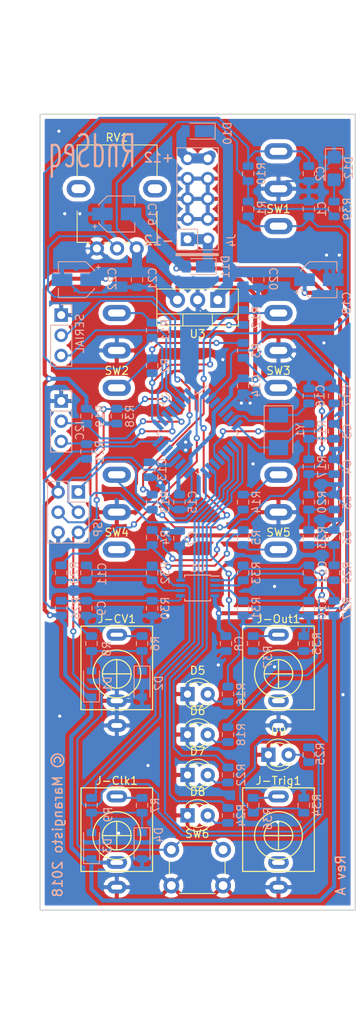
<source format=kicad_pcb>
(kicad_pcb (version 20171130) (host pcbnew "(5.0.0)")
  (layers (0 F.Cu signal) (31 B.Cu signal) (34 B.Paste user) (35 F.Paste user) (36 B.SilkS user) (37 F.SilkS user) (38 B.Mask user) (39 F.Mask user) (44 Edge.Cuts user))
  (net 0 "")
  (net 1 "Net-(D1-Pad2)")
  (net 2 "Net-(J-CV1-PadT)")
  (net 3 "Net-(D6-Pad2)")
  (net 4 /MCU328/PE1)
  (net 5 /MCU328/PE0)
  (net 6 "Net-(D5-Pad2)")
  (net 7 "Net-(R14-Pad2)")
  (net 8 "Net-(R13-Pad2)")
  (net 9 "Net-(R12-Pad2)")
  (net 10 "Net-(R11-Pad2)")
  (net 11 /MCU328/PC3)
  (net 12 +5V)
  (net 13 /MCU328/PB0)
  (net 14 "Net-(D3-Pad2)")
  (net 15 /MCU328/PC1)
  (net 16 /MCU328/PE3)
  (net 17 "Net-(D8-Pad2)")
  (net 18 "Net-(C5-Pad1)")
  (net 19 "Net-(C6-Pad1)")
  (net 20 "Net-(R4-Pad2)")
  (net 21 "Net-(R5-Pad2)")
  (net 22 "Net-(R3-Pad2)")
  (net 23 "Net-(R2-Pad2)")
  (net 24 "Net-(C10-Pad1)")
  (net 25 "Net-(C9-Pad1)")
  (net 26 /MCU328/PD7)
  (net 27 /MCU328/PD6)
  (net 28 "Net-(D12-Pad2)")
  (net 29 /MCU328/PC2)
  (net 30 "Net-(J2-Pad5)")
  (net 31 "Net-(C12-Pad1)")
  (net 32 "Net-(J-Out1-PadT)")
  (net 33 "Net-(J-Clk1-PadT)")
  (net 34 /MCU328/PD5)
  (net 35 SDA)
  (net 36 "Net-(C4-Pad1)")
  (net 37 SCL)
  (net 38 "Net-(D10-Pad2)")
  (net 39 /MCU328/PD4)
  (net 40 "Net-(C3-Pad1)")
  (net 41 "Net-(D9-Pad2)")
  (net 42 /MCU328/PD3)
  (net 43 /MCU328/PB1)
  (net 44 /MCU328/PE2)
  (net 45 "Net-(D7-Pad2)")
  (net 46 "Net-(C11-Pad1)")
  (net 47 "Net-(J-Trig1-PadT)")
  (net 48 "Net-(C12-Pad2)")
  (net 49 "Net-(C11-Pad2)")
  (net 50 /MCU328/PD2)
  (net 51 +12V)
  (net 52 -12V)
  (net 53 "Net-(C16-Pad2)")
  (net 54 "Net-(C17-Pad2)")
  (net 55 /MCU328/PB2)
  (net 56 "Net-(J2-Pad4)")
  (net 57 "Net-(J2-Pad1)")
  (net 58 "Net-(J2-Pad3)")
  (net 59 "Net-(C13-Pad2)")
  (net 60 /MCU328/PC0)
  (net 61 /MCU328/RXD/PD0)
  (net 62 /MCU328/TXD/PD1)
  (net 63 "Net-(J-Trig1-PadTN)")
  (net 64 "Net-(J-Out1-PadTN)")
  (net 65 "Net-(D11-Pad1)")
  (net 66 GND)
  (module Package_TO_SOT_THT:TO-220-3_Vertical (layer F.Cu) (at 149.67204 79.09814 180)
    (fp_text reference U3 (at 2.54 -4.27 180) (layer F.SilkS))
    (fp_text value L7805)
    (pad 1 thru_hole rect (at 0 0 180) (size 1.905 2) (drill 1.1) (layers *.Cu *.Mask) (net 51 +12V))
    (pad 2 thru_hole oval (at 2.54 0 180) (size 1.905 2) (drill 1.1) (layers *.Cu *.Mask) (net 66 GND))
    (pad 3 thru_hole oval (at 5.08 0 180) (size 1.905 2) (drill 1.1) (layers *.Cu *.Mask) (net 12 +5V))
  )
  (module Diode_SMD:D_PowerDI-123 (layer B.Cu) (at 147.25904 74.90714 180)
    (fp_text reference D11 (at -3.36296 -0.02286 270) (layer B.SilkS) (effects (justify mirror)))
    (fp_text value DFLR1400-7)
    (pad 2 smd rect (at 1.525 0) (size 1.05 1.5) (layers B.Cu B.Paste B.Mask) (net 52 -12V))
    (pad 1 smd rect (at -0.85 0) (size 2.4 1.5) (layers B.Cu B.Paste B.Mask) (net 65 "Net-(D11-Pad1)"))
  )
  (module Diode_SMD:D_PowerDI-123 (layer B.Cu) (at 147.13204 57.88914 180)
    (fp_text reference D10 (at -3.74396 -0.27686 270) (layer B.SilkS) (effects (justify mirror)))
    (fp_text value DFLR1400-7)
    (pad 1 smd rect (at -0.85 0) (size 2.4 1.5) (layers B.Cu B.Paste B.Mask) (net 51 +12V))
    (pad 2 smd rect (at 1.525 0) (size 1.05 1.5) (layers B.Cu B.Paste B.Mask) (net 38 "Net-(D10-Pad2)"))
  )
  (module LED_SMD:LED_1206_3216Metric_Castellated (layer B.Cu) (at 164.27704 62.58814 270)
    (fp_text reference D12 (at -0.10414 -1.83896 270) (layer B.SilkS) (effects (justify mirror)))
    (fp_text value LED)
    (pad 1 smd roundrect (at -1.425 0 270) (size 1.6 1.65) (layers B.Cu B.Paste B.Mask) (roundrect_rratio 0.15625) (net 66 GND))
    (pad 2 smd roundrect (at 1.425 0 270) (size 1.6 1.65) (layers B.Cu B.Paste B.Mask) (roundrect_rratio 0.15625) (net 28 "Net-(D12-Pad2)"))
  )
  (module Button_Switch_THT:SW_PUSH_6mm_H9.5mm (layer F.Cu) (at 143.83004 148.18614)
    (fp_text reference SW6 (at 3.25 -2) (layer F.SilkS))
    (fp_text value SW_Push)
    (pad 2 thru_hole circle (at 0 4.5 90) (size 2 2) (drill 1.1) (layers *.Cu *.Mask) (net 66 GND))
    (pad 1 thru_hole circle (at 0 0 90) (size 2 2) (drill 1.1) (layers *.Cu *.Mask) (net 30 "Net-(J2-Pad5)"))
    (pad 2 thru_hole circle (at 6.5 4.5 90) (size 2 2) (drill 1.1) (layers *.Cu *.Mask) (net 66 GND))
    (pad 1 thru_hole circle (at 6.5 0 90) (size 2 2) (drill 1.1) (layers *.Cu *.Mask) (net 30 "Net-(J2-Pad5)"))
  )
  (module Capacitor_SMD:CP_Elec_4x5.8 (layer B.Cu) (at 131.89204 76.55814 180)
    (fp_text reference C22 (at -4.50596 0.10414 270) (layer B.SilkS) (effects (justify mirror)))
    (fp_text value 10u)
    (pad 1 smd rect (at -1.8 0 180) (size 2.6 1.6) (layers B.Cu B.Paste B.Mask) (net 12 +5V))
    (pad 2 smd rect (at 1.8 0 180) (size 2.6 1.6) (layers B.Cu B.Paste B.Mask) (net 66 GND))
  )
  (module Capacitor_SMD:CP_Elec_4x5.8 (layer B.Cu) (at 136.97204 68.30314)
    (fp_text reference C19 (at 4.50596 0.02286 90) (layer B.SilkS) (effects (justify mirror)))
    (fp_text value 10u)
    (pad 2 smd rect (at 1.8 0) (size 2.6 1.6) (layers B.Cu B.Paste B.Mask) (net 52 -12V))
    (pad 1 smd rect (at -1.8 0) (size 2.6 1.6) (layers B.Cu B.Paste B.Mask) (net 66 GND))
  )
  (module Capacitor_SMD:CP_Elec_4x5.8 (layer B.Cu) (at 162.37204 76.55814)
    (fp_text reference C18 (at 3.48996 2.94386 90) (layer B.SilkS) (effects (justify mirror)))
    (fp_text value 10u)
    (pad 1 smd rect (at -1.8 0) (size 2.6 1.6) (layers B.Cu B.Paste B.Mask) (net 51 +12V))
    (pad 2 smd rect (at 1.8 0) (size 2.6 1.6) (layers B.Cu B.Paste B.Mask) (net 66 GND))
  )
  (module Capacitor_SMD:C_0805_2012Metric (layer B.Cu) (at 133.16204 113.38814 270)
    (fp_text reference C11 (at 0.14986 -1.96596 270) (layer B.SilkS) (effects (justify mirror)))
    (fp_text value 470p)
    (pad 1 smd roundrect (at -0.9375 0 270) (size 0.975 1.4) (layers B.Cu B.Paste B.Mask) (net 46 "Net-(C11-Pad1)"))
    (pad 2 smd roundrect (at 0.9375 0 270) (size 0.975 1.4) (layers B.Cu B.Paste B.Mask) (net 49 "Net-(C11-Pad2)"))
  )
  (module Capacitor_SMD:C_0805_2012Metric (layer B.Cu) (at 139.51204 76.55814 270)
    (fp_text reference C21 (at -0.10414 -1.96596 270) (layer B.SilkS) (effects (justify mirror)))
    (fp_text value 100n)
    (pad 2 smd roundrect (at 0.9375 0 270) (size 0.975 1.4) (layers B.Cu B.Paste B.Mask) (net 66 GND))
    (pad 1 smd roundrect (at -0.9375 0 270) (size 0.975 1.4) (layers B.Cu B.Paste B.Mask) (net 12 +5V))
  )
  (module Capacitor_SMD:C_0805_2012Metric (layer B.Cu) (at 154.75204 76.55814 270)
    (fp_text reference C20 (at -0.10414 -1.96596 270) (layer B.SilkS) (effects (justify mirror)))
    (fp_text value 100n)
    (pad 1 smd roundrect (at -0.9375 0 270) (size 0.975 1.4) (layers B.Cu B.Paste B.Mask) (net 51 +12V))
    (pad 2 smd roundrect (at 0.9375 0 270) (size 0.975 1.4) (layers B.Cu B.Paste B.Mask) (net 66 GND))
  )
  (module Capacitor_SMD:C_0805_2012Metric (layer B.Cu) (at 164.27704 91.16314 270)
    (fp_text reference C17 (at 0 -1.58496 270) (layer B.SilkS) (effects (justify mirror)))
    (fp_text value 22p)
    (pad 2 smd roundrect (at 0.9375 0 270) (size 0.975 1.4) (layers B.Cu B.Paste B.Mask) (net 54 "Net-(C17-Pad2)"))
    (pad 1 smd roundrect (at -0.9375 0 270) (size 0.975 1.4) (layers B.Cu B.Paste B.Mask) (net 66 GND))
  )
  (module Capacitor_SMD:C_0805_2012Metric (layer B.Cu) (at 161.10204 91.16314 270)
    (fp_text reference C16 (at 0 -1.45796 270) (layer B.SilkS) (effects (justify mirror)))
    (fp_text value 22p)
    (pad 1 smd roundrect (at -0.9375 0 270) (size 0.975 1.4) (layers B.Cu B.Paste B.Mask) (net 66 GND))
    (pad 2 smd roundrect (at 0.9375 0 270) (size 0.975 1.4) (layers B.Cu B.Paste B.Mask) (net 53 "Net-(C16-Pad2)"))
  )
  (module Capacitor_SMD:C_0805_2012Metric (layer B.Cu) (at 144.84604 104.49814 90)
    (fp_text reference C15 (at 0 1.65 90) (layer B.SilkS) (effects (justify mirror)))
    (fp_text value 100n)
    (pad 2 smd roundrect (at 0.9375 0 90) (size 0.975 1.4) (layers B.Cu B.Paste B.Mask) (net 12 +5V))
    (pad 1 smd roundrect (at -0.9375 0 90) (size 0.975 1.4) (layers B.Cu B.Paste B.Mask) (net 66 GND))
  )
  (module Capacitor_SMD:C_0805_2012Metric (layer B.Cu) (at 152.84704 89.89314 270)
    (fp_text reference C14 (at 0 -1.652 270) (layer B.SilkS) (effects (justify mirror)))
    (fp_text value 100n)
    (pad 1 smd roundrect (at -0.9375 0 270) (size 0.975 1.4) (layers B.Cu B.Paste B.Mask) (net 12 +5V))
    (pad 2 smd roundrect (at 0.9375 0 270) (size 0.975 1.4) (layers B.Cu B.Paste B.Mask) (net 66 GND))
  )
  (module Capacitor_SMD:C_0805_2012Metric (layer B.Cu) (at 141.03604 100.43414 90)
    (fp_text reference C13 (at 0 1.65 90) (layer B.SilkS) (effects (justify mirror)))
    (fp_text value 100n)
    (pad 2 smd roundrect (at 0.9375 0 90) (size 0.975 1.4) (layers B.Cu B.Paste B.Mask) (net 59 "Net-(C13-Pad2)"))
    (pad 1 smd roundrect (at -0.9375 0 90) (size 0.975 1.4) (layers B.Cu B.Paste B.Mask) (net 66 GND))
  )
  (module Capacitor_SMD:C_0805_2012Metric (layer B.Cu) (at 161.10204 113.38814 270)
    (fp_text reference C12 (at -0.10414 -1.71196 270) (layer B.SilkS) (effects (justify mirror)))
    (fp_text value 470p)
    (pad 1 smd roundrect (at -0.9375 0 270) (size 0.975 1.4) (layers B.Cu B.Paste B.Mask) (net 31 "Net-(C12-Pad1)"))
    (pad 2 smd roundrect (at 0.9375 0 270) (size 0.975 1.4) (layers B.Cu B.Paste B.Mask) (net 48 "Net-(C12-Pad2)"))
  )
  (module Capacitor_SMD:C_0805_2012Metric (layer B.Cu) (at 161.10204 117.83314 270)
    (fp_text reference C10 (at 0 -1.652 270) (layer B.SilkS) (effects (justify mirror)))
    (fp_text value 100n)
    (pad 2 smd roundrect (at 0.9375 0 270) (size 0.975 1.4) (layers B.Cu B.Paste B.Mask) (net 66 GND))
    (pad 1 smd roundrect (at -0.9375 0 270) (size 0.975 1.4) (layers B.Cu B.Paste B.Mask) (net 24 "Net-(C10-Pad1)"))
  )
  (module Capacitor_SMD:C_0805_2012Metric (layer B.Cu) (at 150.68804 122.27814 90)
    (fp_text reference C8 (at 0 1.65 90) (layer B.SilkS) (effects (justify mirror)))
    (fp_text value 100n)
    (pad 1 smd roundrect (at -0.9375 0 90) (size 0.975 1.4) (layers B.Cu B.Paste B.Mask) (net 66 GND))
    (pad 2 smd roundrect (at 0.9375 0 90) (size 0.975 1.4) (layers B.Cu B.Paste B.Mask) (net 52 -12V))
  )
  (module Capacitor_SMD:C_0805_2012Metric (layer B.Cu) (at 144.84604 109.07014 90)
    (fp_text reference C7 (at 0 1.65 90) (layer B.SilkS) (effects (justify mirror)))
    (fp_text value 100n)
    (pad 2 smd roundrect (at 0.9375 0 90) (size 0.975 1.4) (layers B.Cu B.Paste B.Mask) (net 66 GND))
    (pad 1 smd roundrect (at -0.9375 0 90) (size 0.975 1.4) (layers B.Cu B.Paste B.Mask) (net 51 +12V))
  )
  (module Capacitor_SMD:C_0805_2012Metric (layer B.Cu) (at 164.27704 108.94314 90)
    (fp_text reference C6 (at 0 1.65 90) (layer B.SilkS) (effects (justify mirror)))
    (fp_text value 47n)
    (pad 1 smd roundrect (at -0.9375 0 90) (size 0.975 1.4) (layers B.Cu B.Paste B.Mask) (net 19 "Net-(C6-Pad1)"))
    (pad 2 smd roundrect (at 0.9375 0 90) (size 0.975 1.4) (layers B.Cu B.Paste B.Mask) (net 66 GND))
  )
  (module Capacitor_SMD:C_0805_2012Metric (layer B.Cu) (at 164.27704 104.49814 90)
    (fp_text reference C5 (at 0 1.65 90) (layer B.SilkS) (effects (justify mirror)))
    (fp_text value 47n)
    (pad 2 smd roundrect (at 0.9375 0 90) (size 0.975 1.4) (layers B.Cu B.Paste B.Mask) (net 66 GND))
    (pad 1 smd roundrect (at -0.9375 0 90) (size 0.975 1.4) (layers B.Cu B.Paste B.Mask) (net 18 "Net-(C5-Pad1)"))
  )
  (module Capacitor_SMD:C_0805_2012Metric (layer B.Cu) (at 164.27704 100.05314 90)
    (fp_text reference C4 (at 0 1.65 90) (layer B.SilkS) (effects (justify mirror)))
    (fp_text value 47n)
    (pad 1 smd roundrect (at -0.9375 0 90) (size 0.975 1.4) (layers B.Cu B.Paste B.Mask) (net 36 "Net-(C4-Pad1)"))
    (pad 2 smd roundrect (at 0.9375 0 90) (size 0.975 1.4) (layers B.Cu B.Paste B.Mask) (net 66 GND))
  )
  (module Capacitor_SMD:C_0805_2012Metric (layer B.Cu) (at 164.27704 95.60814 90)
    (fp_text reference C3 (at 0 1.65 90) (layer B.SilkS) (effects (justify mirror)))
    (fp_text value 47n)
    (pad 2 smd roundrect (at 0.9375 0 90) (size 0.975 1.4) (layers B.Cu B.Paste B.Mask) (net 66 GND))
    (pad 1 smd roundrect (at -0.9375 0 90) (size 0.975 1.4) (layers B.Cu B.Paste B.Mask) (net 40 "Net-(C3-Pad1)"))
  )
  (module Capacitor_SMD:C_0805_2012Metric (layer B.Cu) (at 161.10204 63.22314 270)
    (fp_text reference C2 (at 0.02286 -1.45796 270) (layer B.SilkS) (effects (justify mirror)))
    (fp_text value 100n)
    (pad 1 smd roundrect (at -0.9375 0 270) (size 0.975 1.4) (layers B.Cu B.Paste B.Mask) (net 11 /MCU328/PC3))
    (pad 2 smd roundrect (at 0.9375 0 270) (size 0.975 1.4) (layers B.Cu B.Paste B.Mask) (net 66 GND))
  )
  (module Capacitor_SMD:C_0805_2012Metric (layer B.Cu) (at 161.10204 67.66814 90)
    (fp_text reference C1 (at 0 1.65 90) (layer B.SilkS) (effects (justify mirror)))
    (fp_text value 100n)
    (pad 2 smd roundrect (at 0.9375 0 90) (size 0.975 1.4) (layers B.Cu B.Paste B.Mask) (net 66 GND))
    (pad 1 smd roundrect (at -0.9375 0 90) (size 0.975 1.4) (layers B.Cu B.Paste B.Mask) (net 29 /MCU328/PC2))
  )
  (module Capacitor_SMD:C_0805_2012Metric (layer B.Cu) (at 133.16204 117.83314 270)
    (fp_text reference C9 (at 0 -1.906 270) (layer B.SilkS) (effects (justify mirror)))
    (fp_text value 100n)
    (pad 1 smd roundrect (at -0.9375 0 270) (size 0.975 1.4) (layers B.Cu B.Paste B.Mask) (net 25 "Net-(C9-Pad1)"))
    (pad 2 smd roundrect (at 0.9375 0 270) (size 0.975 1.4) (layers B.Cu B.Paste B.Mask) (net 66 GND))
  )
  (module Connector_PinHeader_2.54mm:PinHeader_1x03_P2.54mm_Vertical (layer B.Cu) (at 129.98704 91.79814 180)
    (fp_text reference I2C (at -2.34696 -3.70586 270) (layer B.SilkS) (effects (justify mirror)))
    (fp_text value Conn_01x03)
    (pad 3 thru_hole oval (at 0 -5.08 180) (size 1.7 1.7) (drill 1) (layers *.Cu *.Mask) (net 35 SDA))
    (pad 2 thru_hole oval (at 0 -2.54 180) (size 1.7 1.7) (drill 1) (layers *.Cu *.Mask) (net 37 SCL))
    (pad 1 thru_hole rect (at 0 0 180) (size 1.7 1.7) (drill 1) (layers *.Cu *.Mask) (net 66 GND))
  )
  (module Connector_PinHeader_2.54mm:PinHeader_1x03_P2.54mm_Vertical (layer B.Cu) (at 129.98704 81.00314 180)
    (fp_text reference SERIAL (at -2.34696 -2.30886 270) (layer B.SilkS) (effects (justify mirror)))
    (fp_text value Conn_01x03)
    (pad 1 thru_hole rect (at 0 0 180) (size 1.7 1.7) (drill 1) (layers *.Cu *.Mask) (net 66 GND))
    (pad 2 thru_hole oval (at 0 -2.54 180) (size 1.7 1.7) (drill 1) (layers *.Cu *.Mask) (net 62 /MCU328/TXD/PD1))
    (pad 3 thru_hole oval (at 0 -5.08 180) (size 1.7 1.7) (drill 1) (layers *.Cu *.Mask) (net 61 /MCU328/RXD/PD0))
  )
  (module Connector_PinHeader_2.54mm:PinHeader_2x03_P2.54mm_Vertical (layer B.Cu) (at 132.14604 103.22814 180)
    (fp_text reference ISP (at -2.47396 -4.46786 270) (layer B.SilkS) (effects (justify mirror)))
    (fp_text value Conn_02x03_Odd_Even)
    (pad 1 thru_hole rect (at 0 0 180) (size 1.7 1.7) (drill 1) (layers *.Cu *.Mask) (net 57 "Net-(J2-Pad1)"))
    (pad 2 thru_hole oval (at 2.54 0 180) (size 1.7 1.7) (drill 1) (layers *.Cu *.Mask) (net 12 +5V))
    (pad 3 thru_hole oval (at 0 -2.54 180) (size 1.7 1.7) (drill 1) (layers *.Cu *.Mask) (net 58 "Net-(J2-Pad3)"))
    (pad 4 thru_hole oval (at 2.54 -2.54 180) (size 1.7 1.7) (drill 1) (layers *.Cu *.Mask) (net 56 "Net-(J2-Pad4)"))
    (pad 5 thru_hole oval (at 0 -5.08 180) (size 1.7 1.7) (drill 1) (layers *.Cu *.Mask) (net 30 "Net-(J2-Pad5)"))
    (pad 6 thru_hole oval (at 2.54 -5.08 180) (size 1.7 1.7) (drill 1) (layers *.Cu *.Mask) (net 66 GND))
  )
  (module Connector_PinHeader_2.54mm:PinHeader_2x05_P2.54mm_Vertical (layer B.Cu) (at 145.86204 71.47814)
    (fp_text reference J4 (at 5.52196 0.14986 90) (layer B.SilkS) (effects (justify mirror)))
    (fp_text value Conn_02x05_Odd_Even)
    (pad 1 thru_hole rect (at 0 0) (size 1.7 1.7) (drill 1) (layers *.Cu *.Mask) (net 65 "Net-(D11-Pad1)"))
    (pad 2 thru_hole oval (at 2.54 0) (size 1.7 1.7) (drill 1) (layers *.Cu *.Mask) (net 65 "Net-(D11-Pad1)"))
    (pad 3 thru_hole oval (at 0 -2.54) (size 1.7 1.7) (drill 1) (layers *.Cu *.Mask) (net 66 GND))
    (pad 4 thru_hole oval (at 2.54 -2.54) (size 1.7 1.7) (drill 1) (layers *.Cu *.Mask) (net 66 GND))
    (pad 5 thru_hole oval (at 0 -5.08) (size 1.7 1.7) (drill 1) (layers *.Cu *.Mask) (net 66 GND))
    (pad 6 thru_hole oval (at 2.54 -5.08) (size 1.7 1.7) (drill 1) (layers *.Cu *.Mask) (net 66 GND))
    (pad 7 thru_hole oval (at 0 -7.62) (size 1.7 1.7) (drill 1) (layers *.Cu *.Mask) (net 66 GND))
    (pad 8 thru_hole oval (at 2.54 -7.62) (size 1.7 1.7) (drill 1) (layers *.Cu *.Mask) (net 66 GND))
    (pad 9 thru_hole oval (at 0 -10.16) (size 1.7 1.7) (drill 1) (layers *.Cu *.Mask) (net 38 "Net-(D10-Pad2)"))
    (pad 10 thru_hole oval (at 2.54 -10.16) (size 1.7 1.7) (drill 1) (layers *.Cu *.Mask) (net 38 "Net-(D10-Pad2)"))
  )
  (module Crystal:Crystal_SMD_Abracon_ABM3-2Pin_5.0x3.2mm (layer B.Cu) (at 157.29204 95.60814 270)
    (fp_text reference Y1 (at -0.10414 -2.72796 270) (layer B.SilkS) (effects (justify mirror)))
    (fp_text value 20MHz)
    (pad 1 smd rect (at -2.05 0 270) (size 1.9 2.4) (layers B.Cu B.Paste B.Mask) (net 53 "Net-(C16-Pad2)"))
    (pad 2 smd rect (at 2.05 0 270) (size 1.9 2.4) (layers B.Cu B.Paste B.Mask) (net 54 "Net-(C17-Pad2)"))
  )
  (module Diode_SMD:D_SOD-123 (layer B.Cu) (at 133.79704 127.35814 90)
    (fp_text reference D1 (at 0 2 90) (layer B.SilkS) (effects (justify mirror)))
    (fp_text value 1N5819)
    (pad 2 smd rect (at 1.65 0 90) (size 0.9 1.2) (layers B.Cu B.Paste B.Mask) (net 1 "Net-(D1-Pad2)"))
    (pad 1 smd rect (at -1.65 0 90) (size 0.9 1.2) (layers B.Cu B.Paste B.Mask) (net 12 +5V))
  )
  (module Diode_SMD:D_SOD-123 (layer B.Cu) (at 140.14704 127.35814 270)
    (fp_text reference D2 (at -0.10414 -2.09296 270) (layer B.SilkS) (effects (justify mirror)))
    (fp_text value 1N5819)
    (pad 1 smd rect (at -1.65 0 270) (size 0.9 1.2) (layers B.Cu B.Paste B.Mask) (net 1 "Net-(D1-Pad2)"))
    (pad 2 smd rect (at 1.65 0 270) (size 0.9 1.2) (layers B.Cu B.Paste B.Mask) (net 66 GND))
  )
  (module Diode_SMD:D_SOD-123 (layer B.Cu) (at 133.79704 147.67814 90)
    (fp_text reference D3 (at 0 2 90) (layer B.SilkS) (effects (justify mirror)))
    (fp_text value 1N5819)
    (pad 2 smd rect (at 1.65 0 90) (size 0.9 1.2) (layers B.Cu B.Paste B.Mask) (net 14 "Net-(D3-Pad2)"))
    (pad 1 smd rect (at -1.65 0 90) (size 0.9 1.2) (layers B.Cu B.Paste B.Mask) (net 12 +5V))
  )
  (module Diode_SMD:D_SOD-123 (layer B.Cu) (at 140.14704 147.67814 270)
    (fp_text reference D4 (at -1.37414 -2.09296 270) (layer B.SilkS) (effects (justify mirror)))
    (fp_text value 1N5819)
    (pad 1 smd rect (at -1.65 0 270) (size 0.9 1.2) (layers B.Cu B.Paste B.Mask) (net 14 "Net-(D3-Pad2)"))
    (pad 2 smd rect (at 1.65 0 270) (size 0.9 1.2) (layers B.Cu B.Paste B.Mask) (net 66 GND))
  )
  (module LED_THT:LED_D3.0mm (layer F.Cu) (at 156.02204 136.24814)
    (fp_text reference D9 (at 1.27 -2.96) (layer F.SilkS))
    (fp_text value LED)
    (pad 1 thru_hole rect (at 0 0) (size 1.8 1.8) (drill 0.9) (layers *.Cu *.Mask) (net 66 GND))
    (pad 2 thru_hole circle (at 2.54 0) (size 1.8 1.8) (drill 0.9) (layers *.Cu *.Mask) (net 41 "Net-(D9-Pad2)"))
  )
  (module LED_THT:LED_D3.0mm (layer F.Cu) (at 145.86204 143.86814)
    (fp_text reference D8 (at 1.27 -2.96) (layer F.SilkS))
    (fp_text value LED)
    (pad 2 thru_hole circle (at 2.54 0) (size 1.8 1.8) (drill 0.9) (layers *.Cu *.Mask) (net 17 "Net-(D8-Pad2)"))
    (pad 1 thru_hole rect (at 0 0) (size 1.8 1.8) (drill 0.9) (layers *.Cu *.Mask) (net 66 GND))
  )
  (module LED_THT:LED_D3.0mm (layer F.Cu) (at 145.86204 128.62814)
    (fp_text reference D5 (at 1.27 -2.96) (layer F.SilkS))
    (fp_text value LED)
    (pad 1 thru_hole rect (at 0 0) (size 1.8 1.8) (drill 0.9) (layers *.Cu *.Mask) (net 66 GND))
    (pad 2 thru_hole circle (at 2.54 0) (size 1.8 1.8) (drill 0.9) (layers *.Cu *.Mask) (net 6 "Net-(D5-Pad2)"))
  )
  (module LED_THT:LED_D3.0mm (layer F.Cu) (at 145.86204 133.70814)
    (fp_text reference D6 (at 1.27 -2.96) (layer F.SilkS))
    (fp_text value LED)
    (pad 1 thru_hole rect (at 0 0) (size 1.8 1.8) (drill 0.9) (layers *.Cu *.Mask) (net 66 GND))
    (pad 2 thru_hole circle (at 2.54 0) (size 1.8 1.8) (drill 0.9) (layers *.Cu *.Mask) (net 3 "Net-(D6-Pad2)"))
  )
  (module LED_THT:LED_D3.0mm (layer F.Cu) (at 145.86204 138.78814)
    (fp_text reference D7 (at 1.27 -2.96) (layer F.SilkS))
    (fp_text value LED)
    (pad 1 thru_hole rect (at 0 0) (size 1.8 1.8) (drill 0.9) (layers *.Cu *.Mask) (net 66 GND))
    (pad 2 thru_hole circle (at 2.54 0) (size 1.8 1.8) (drill 0.9) (layers *.Cu *.Mask) (net 45 "Net-(D7-Pad2)"))
  )
  (module Local:AlpsRK09K (layer F.Cu) (at 136.97204 65.12814)
    (fp_text reference RV1 (at 0 -6.42814 180) (layer F.SilkS))
    (fp_text value 100k)
    (pad "" np_thru_hole oval (at -4.8 0) (size 3 2.2) (drill oval 1.8 1.1) (layers *.Cu *.Mask))
    (pad 1 thru_hole circle (at 2.5 7.50001 90) (size 1.8 1.8) (drill 1) (layers *.Cu *.Mask) (net 12 +5V))
    (pad 2 thru_hole circle (at 0.04 7.50001 90) (size 1.8 1.8) (drill 1) (layers *.Cu *.Mask) (net 60 /MCU328/PC0))
    (pad 3 thru_hole circle (at -2.5 7.50001 90) (size 1.8 1.8) (drill 1) (layers *.Cu *.Mask) (net 66 GND))
    (pad "" np_thru_hole oval (at 4.8 0) (size 3 2.2) (drill oval 1.8 1.1) (layers *.Cu *.Mask))
  )
  (module Local:PJ398SM (layer F.Cu) (at 157.29204 126.08814)
    (fp_text reference J-Out1 (at 0 -6.9) (layer F.SilkS))
    (fp_text value AudioJack2_Ground_Switch)
    (pad T thru_hole oval (at 0 -4.92) (size 2.6 1.5) (drill oval 1.6 0.5) (layers *.Cu *.Mask) (net 32 "Net-(J-Out1-PadT)"))
    (pad S thru_hole oval (at 0 6.48) (size 2.4 1.6) (drill oval 1.4 0.6) (layers *.Cu *.Mask) (net 66 GND))
    (pad TN thru_hole oval (at 0 3.38) (size 2.6 1.6) (drill oval 1.6 0.6) (layers *.Cu *.Mask) (net 64 "Net-(J-Out1-PadTN)"))
  )
  (module Local:PJ398SM (layer F.Cu) (at 136.97204 146.40814)
    (fp_text reference J-Clk1 (at 0 -6.9) (layer F.SilkS))
    (fp_text value AudioJack2_Ground_Switch)
    (pad TN thru_hole oval (at 0 3.38) (size 2.6 1.6) (drill oval 1.6 0.6) (layers *.Cu *.Mask) (net 12 +5V))
    (pad S thru_hole oval (at 0 6.48) (size 2.4 1.6) (drill oval 1.4 0.6) (layers *.Cu *.Mask) (net 66 GND))
    (pad T thru_hole oval (at 0 -4.92) (size 2.6 1.5) (drill oval 1.6 0.5) (layers *.Cu *.Mask) (net 33 "Net-(J-Clk1-PadT)"))
  )
  (module Local:PJ398SM (layer F.Cu) (at 136.97204 126.08814)
    (fp_text reference J-CV1 (at 0 -6.9) (layer F.SilkS))
    (fp_text value AudioJack2_Ground_Switch)
    (pad T thru_hole oval (at 0 -4.92) (size 2.6 1.5) (drill oval 1.6 0.5) (layers *.Cu *.Mask) (net 2 "Net-(J-CV1-PadT)"))
    (pad S thru_hole oval (at 0 6.48) (size 2.4 1.6) (drill oval 1.4 0.6) (layers *.Cu *.Mask) (net 66 GND))
    (pad TN thru_hole oval (at 0 3.38) (size 2.6 1.6) (drill oval 1.6 0.6) (layers *.Cu *.Mask) (net 66 GND))
  )
  (module Local:PJ398SM (layer F.Cu) (at 157.29204 146.40814)
    (fp_text reference J-Trig1 (at 0 -6.9) (layer F.SilkS))
    (fp_text value AudioJack2_Ground_Switch)
    (pad TN thru_hole oval (at 0 3.38) (size 2.6 1.6) (drill oval 1.6 0.6) (layers *.Cu *.Mask) (net 63 "Net-(J-Trig1-PadTN)"))
    (pad S thru_hole oval (at 0 6.48) (size 2.4 1.6) (drill oval 1.4 0.6) (layers *.Cu *.Mask) (net 66 GND))
    (pad T thru_hole oval (at 0 -4.92) (size 2.6 1.5) (drill oval 1.6 0.5) (layers *.Cu *.Mask) (net 47 "Net-(J-Trig1-PadT)"))
  )
  (module Local:SP1MS1 (layer F.Cu) (at 157.29204 65.12814)
    (fp_text reference SW1 (at 0 2.54) (layer F.SilkS))
    (fp_text value SW_SPDT_MSM)
    (pad 3 thru_hole oval (at 0 -4.7) (size 3.556 2.032) (drill oval 2.2 0.9) (layers *.Cu *.Mask) (net 11 /MCU328/PC3))
    (pad 2 thru_hole oval (at 0 0) (size 3.556 2.032) (drill oval 2.2 0.9) (layers *.Cu *.Mask) (net 66 GND))
    (pad 1 thru_hole oval (at 0 4.7) (size 3.556 2.032) (drill oval 2.2 0.9) (layers *.Cu *.Mask) (net 29 /MCU328/PC2))
  )
  (module Local:SP1MS1 (layer F.Cu) (at 136.97204 105.76814)
    (fp_text reference SW4 (at 0 2.54) (layer F.SilkS))
    (fp_text value SW_SPDT_MSM)
    (pad 1 thru_hole oval (at 0 4.7) (size 3.556 2.032) (drill oval 2.2 0.9) (layers *.Cu *.Mask) (net 20 "Net-(R4-Pad2)"))
    (pad 2 thru_hole oval (at 0 0) (size 3.556 2.032) (drill oval 2.2 0.9) (layers *.Cu *.Mask) (net 66 GND))
    (pad 3 thru_hole oval (at 0 -4.7) (size 3.556 2.032) (drill oval 2.2 0.9) (layers *.Cu *.Mask) (net 8 "Net-(R13-Pad2)"))
  )
  (module Local:SP1MS1 (layer F.Cu) (at 136.97204 85.44814)
    (fp_text reference SW2 (at 0 2.54) (layer F.SilkS))
    (fp_text value SW_SPDT_MSM)
    (pad 3 thru_hole oval (at 0 -4.7) (size 3.556 2.032) (drill oval 2.2 0.9) (layers *.Cu *.Mask) (net 10 "Net-(R11-Pad2)"))
    (pad 2 thru_hole oval (at 0 0) (size 3.556 2.032) (drill oval 2.2 0.9) (layers *.Cu *.Mask) (net 66 GND))
    (pad 1 thru_hole oval (at 0 4.7) (size 3.556 2.032) (drill oval 2.2 0.9) (layers *.Cu *.Mask) (net 23 "Net-(R2-Pad2)"))
  )
  (module Local:SP1MS1 (layer F.Cu) (at 157.29204 85.44814)
    (fp_text reference SW3 (at 0 2.54) (layer F.SilkS))
    (fp_text value SW_SPDT_MSM)
    (pad 1 thru_hole oval (at 0 4.7) (size 3.556 2.032) (drill oval 2.2 0.9) (layers *.Cu *.Mask) (net 22 "Net-(R3-Pad2)"))
    (pad 2 thru_hole oval (at 0 0) (size 3.556 2.032) (drill oval 2.2 0.9) (layers *.Cu *.Mask) (net 66 GND))
    (pad 3 thru_hole oval (at 0 -4.7) (size 3.556 2.032) (drill oval 2.2 0.9) (layers *.Cu *.Mask) (net 9 "Net-(R12-Pad2)"))
  )
  (module Local:SP1MS1 (layer F.Cu) (at 157.29204 105.76814)
    (fp_text reference SW5 (at 0 2.54) (layer F.SilkS))
    (fp_text value SW_SPDT_MSM)
    (pad 3 thru_hole oval (at 0 -4.7) (size 3.556 2.032) (drill oval 2.2 0.9) (layers *.Cu *.Mask) (net 7 "Net-(R14-Pad2)"))
    (pad 2 thru_hole oval (at 0 0) (size 3.556 2.032) (drill oval 2.2 0.9) (layers *.Cu *.Mask) (net 66 GND))
    (pad 1 thru_hole oval (at 0 4.7) (size 3.556 2.032) (drill oval 2.2 0.9) (layers *.Cu *.Mask) (net 21 "Net-(R5-Pad2)"))
  )
  (module Package_QFP:TQFP-32_7x7mm_P0.8mm (layer B.Cu) (at 147.13204 95.86214 225)
    (fp_text reference U2 (at 0 6.05 225) (layer B.SilkS) (effects (justify mirror)))
    (fp_text value ATmega328PB-AU)
    (pad 1 smd rect (at -4.25 2.8 225) (size 1.6 0.55) (layers B.Cu B.Paste B.Mask) (net 42 /MCU328/PD3))
    (pad 2 smd rect (at -4.25 2 225) (size 1.6 0.55) (layers B.Cu B.Paste B.Mask) (net 39 /MCU328/PD4))
    (pad 3 smd rect (at -4.25 1.2 225) (size 1.6 0.55) (layers B.Cu B.Paste B.Mask) (net 5 /MCU328/PE0))
    (pad 4 smd rect (at -4.25 0.4 225) (size 1.6 0.55) (layers B.Cu B.Paste B.Mask) (net 12 +5V))
    (pad 5 smd rect (at -4.25 -0.4 225) (size 1.6 0.55) (layers B.Cu B.Paste B.Mask) (net 66 GND))
    (pad 6 smd rect (at -4.25 -1.2 225) (size 1.6 0.55) (layers B.Cu B.Paste B.Mask) (net 4 /MCU328/PE1))
    (pad 7 smd rect (at -4.25 -2 225) (size 1.6 0.55) (layers B.Cu B.Paste B.Mask) (net 53 "Net-(C16-Pad2)"))
    (pad 8 smd rect (at -4.25 -2.8 225) (size 1.6 0.55) (layers B.Cu B.Paste B.Mask) (net 54 "Net-(C17-Pad2)"))
    (pad 9 smd rect (at -2.8 -4.25 135) (size 1.6 0.55) (layers B.Cu B.Paste B.Mask) (net 34 /MCU328/PD5))
    (pad 10 smd rect (at -2 -4.25 135) (size 1.6 0.55) (layers B.Cu B.Paste B.Mask) (net 27 /MCU328/PD6))
    (pad 11 smd rect (at -1.2 -4.25 135) (size 1.6 0.55) (layers B.Cu B.Paste B.Mask) (net 26 /MCU328/PD7))
    (pad 12 smd rect (at -0.4 -4.25 135) (size 1.6 0.55) (layers B.Cu B.Paste B.Mask) (net 13 /MCU328/PB0))
    (pad 13 smd rect (at 0.4 -4.25 135) (size 1.6 0.55) (layers B.Cu B.Paste B.Mask) (net 43 /MCU328/PB1))
    (pad 14 smd rect (at 1.2 -4.25 135) (size 1.6 0.55) (layers B.Cu B.Paste B.Mask) (net 55 /MCU328/PB2))
    (pad 15 smd rect (at 2 -4.25 135) (size 1.6 0.55) (layers B.Cu B.Paste B.Mask) (net 56 "Net-(J2-Pad4)"))
    (pad 16 smd rect (at 2.8 -4.25 135) (size 1.6 0.55) (layers B.Cu B.Paste B.Mask) (net 57 "Net-(J2-Pad1)"))
    (pad 17 smd rect (at 4.25 -2.8 225) (size 1.6 0.55) (layers B.Cu B.Paste B.Mask) (net 58 "Net-(J2-Pad3)"))
    (pad 18 smd rect (at 4.25 -2 225) (size 1.6 0.55) (layers B.Cu B.Paste B.Mask) (net 12 +5V))
    (pad 19 smd rect (at 4.25 -1.2 225) (size 1.6 0.55) (layers B.Cu B.Paste B.Mask) (net 44 /MCU328/PE2))
    (pad 20 smd rect (at 4.25 -0.4 225) (size 1.6 0.55) (layers B.Cu B.Paste B.Mask) (net 59 "Net-(C13-Pad2)"))
    (pad 21 smd rect (at 4.25 0.4 225) (size 1.6 0.55) (layers B.Cu B.Paste B.Mask) (net 66 GND))
    (pad 22 smd rect (at 4.25 1.2 225) (size 1.6 0.55) (layers B.Cu B.Paste B.Mask) (net 16 /MCU328/PE3))
    (pad 23 smd rect (at 4.25 2 225) (size 1.6 0.55) (layers B.Cu B.Paste B.Mask) (net 60 /MCU328/PC0))
    (pad 24 smd rect (at 4.25 2.8 225) (size 1.6 0.55) (layers B.Cu B.Paste B.Mask) (net 15 /MCU328/PC1))
    (pad 25 smd rect (at 2.8 4.25 135) (size 1.6 0.55) (layers B.Cu B.Paste B.Mask) (net 29 /MCU328/PC2))
    (pad 26 smd rect (at 2 4.25 135) (size 1.6 0.55) (layers B.Cu B.Paste B.Mask) (net 11 /MCU328/PC3))
    (pad 27 smd rect (at 1.2 4.25 135) (size 1.6 0.55) (layers B.Cu B.Paste B.Mask) (net 35 SDA))
    (pad 28 smd rect (at 0.4 4.25 135) (size 1.6 0.55) (layers B.Cu B.Paste B.Mask) (net 37 SCL))
    (pad 29 smd rect (at -0.4 4.25 135) (size 1.6 0.55) (layers B.Cu B.Paste B.Mask) (net 30 "Net-(J2-Pad5)"))
    (pad 30 smd rect (at -1.2 4.25 135) (size 1.6 0.55) (layers B.Cu B.Paste B.Mask) (net 61 /MCU328/RXD/PD0))
    (pad 31 smd rect (at -2 4.25 135) (size 1.6 0.55) (layers B.Cu B.Paste B.Mask) (net 62 /MCU328/TXD/PD1))
    (pad 32 smd rect (at -2.8 4.25 135) (size 1.6 0.55) (layers B.Cu B.Paste B.Mask) (net 50 /MCU328/PD2))
  )
  (module Package_SO:TSSOP-8_3x3mm_P0.65mm (layer B.Cu) (at 147.13204 115.29314 180)
    (fp_text reference U1 (at 0 2.55 180) (layer B.SilkS) (effects (justify mirror)))
    (fp_text value TL072)
    (pad 1 smd rect (at -2.15 0.975 180) (size 1.1 0.4) (layers B.Cu B.Paste B.Mask) (net 31 "Net-(C12-Pad1)"))
    (pad 2 smd rect (at -2.15 0.325 180) (size 1.1 0.4) (layers B.Cu B.Paste B.Mask) (net 48 "Net-(C12-Pad2)"))
    (pad 3 smd rect (at -2.15 -0.325 180) (size 1.1 0.4) (layers B.Cu B.Paste B.Mask) (net 24 "Net-(C10-Pad1)"))
    (pad 4 smd rect (at -2.15 -0.975 180) (size 1.1 0.4) (layers B.Cu B.Paste B.Mask) (net 52 -12V))
    (pad 5 smd rect (at 2.15 -0.975 180) (size 1.1 0.4) (layers B.Cu B.Paste B.Mask) (net 25 "Net-(C9-Pad1)"))
    (pad 6 smd rect (at 2.15 -0.325 180) (size 1.1 0.4) (layers B.Cu B.Paste B.Mask) (net 49 "Net-(C11-Pad2)"))
    (pad 7 smd rect (at 2.15 0.325 180) (size 1.1 0.4) (layers B.Cu B.Paste B.Mask) (net 46 "Net-(C11-Pad1)"))
    (pad 8 smd rect (at 2.15 0.975 180) (size 1.1 0.4) (layers B.Cu B.Paste B.Mask) (net 51 +12V))
  )
  (module Resistor_SMD:R_0805_2012Metric (layer B.Cu) (at 153.48204 67.66814 270)
    (fp_text reference R1 (at -0.10414 -1.71196 270) (layer B.SilkS) (effects (justify mirror)))
    (fp_text value 1k)
    (pad 1 smd roundrect (at -0.9375 0 270) (size 0.975 1.4) (layers B.Cu B.Paste B.Mask) (net 12 +5V))
    (pad 2 smd roundrect (at 0.9375 0 270) (size 0.975 1.4) (layers B.Cu B.Paste B.Mask) (net 29 /MCU328/PC2))
  )
  (module Resistor_SMD:R_0805_2012Metric (layer B.Cu) (at 141.41704 113.38814 270)
    (fp_text reference R32 (at 0 -1.652 270) (layer B.SilkS) (effects (justify mirror)))
    (fp_text value 47k)
    (pad 2 smd roundrect (at 0.9375 0 270) (size 0.975 1.4) (layers B.Cu B.Paste B.Mask) (net 49 "Net-(C11-Pad2)"))
    (pad 1 smd roundrect (at -0.9375 0 270) (size 0.975 1.4) (layers B.Cu B.Paste B.Mask) (net 46 "Net-(C11-Pad1)"))
  )
  (module Resistor_SMD:R_0805_2012Metric (layer B.Cu) (at 152.84704 113.38814 270)
    (fp_text reference R33 (at 0 -1.652 270) (layer B.SilkS) (effects (justify mirror)))
    (fp_text value 47k)
    (pad 1 smd roundrect (at -0.9375 0 270) (size 0.975 1.4) (layers B.Cu B.Paste B.Mask) (net 31 "Net-(C12-Pad1)"))
    (pad 2 smd roundrect (at 0.9375 0 270) (size 0.975 1.4) (layers B.Cu B.Paste B.Mask) (net 48 "Net-(C12-Pad2)"))
  )
  (module Resistor_SMD:R_0805_2012Metric (layer B.Cu) (at 160.46704 142.59814 90)
    (fp_text reference R34 (at 0 1.65 90) (layer B.SilkS) (effects (justify mirror)))
    (fp_text value 100k)
    (pad 2 smd roundrect (at 0.9375 0 90) (size 0.975 1.4) (layers B.Cu B.Paste B.Mask) (net 66 GND))
    (pad 1 smd roundrect (at -0.9375 0 90) (size 0.975 1.4) (layers B.Cu B.Paste B.Mask) (net 46 "Net-(C11-Pad1)"))
  )
  (module Resistor_SMD:R_0805_2012Metric (layer B.Cu) (at 160.46704 122.27814 90)
    (fp_text reference R35 (at 0 1.65 90) (layer B.SilkS) (effects (justify mirror)))
    (fp_text value 100k)
    (pad 1 smd roundrect (at -0.9375 0 90) (size 0.975 1.4) (layers B.Cu B.Paste B.Mask) (net 31 "Net-(C12-Pad1)"))
    (pad 2 smd roundrect (at 0.9375 0 90) (size 0.975 1.4) (layers B.Cu B.Paste B.Mask) (net 66 GND))
  )
  (module Resistor_SMD:R_0805_2012Metric (layer B.Cu) (at 154.11704 142.59814 270)
    (fp_text reference R36 (at 1.67386 -1.83896 270) (layer B.SilkS) (effects (justify mirror)))
    (fp_text value 1k)
    (pad 2 smd roundrect (at 0.9375 0 270) (size 0.975 1.4) (layers B.Cu B.Paste B.Mask) (net 46 "Net-(C11-Pad1)"))
    (pad 1 smd roundrect (at -0.9375 0 270) (size 0.975 1.4) (layers B.Cu B.Paste B.Mask) (net 47 "Net-(J-Trig1-PadT)"))
  )
  (module Resistor_SMD:R_0805_2012Metric (layer B.Cu) (at 154.11704 122.27814 270)
    (fp_text reference R37 (at 1.67386 -1.83896 270) (layer B.SilkS) (effects (justify mirror)))
    (fp_text value 1k)
    (pad 1 smd roundrect (at -0.9375 0 270) (size 0.975 1.4) (layers B.Cu B.Paste B.Mask) (net 32 "Net-(J-Out1-PadT)"))
    (pad 2 smd roundrect (at 0.9375 0 270) (size 0.975 1.4) (layers B.Cu B.Paste B.Mask) (net 31 "Net-(C12-Pad1)"))
  )
  (module Resistor_SMD:R_0805_2012Metric (layer B.Cu) (at 136.97204 93.70314 90)
    (fp_text reference R38 (at 0 1.65 90) (layer B.SilkS) (effects (justify mirror)))
    (fp_text value 10k)
    (pad 2 smd roundrect (at 0.9375 0 90) (size 0.975 1.4) (layers B.Cu B.Paste B.Mask) (net 30 "Net-(J2-Pad5)"))
    (pad 1 smd roundrect (at -0.9375 0 90) (size 0.975 1.4) (layers B.Cu B.Paste B.Mask) (net 12 +5V))
  )
  (module Resistor_SMD:R_0805_2012Metric (layer B.Cu) (at 164.27704 67.66814 90)
    (fp_text reference R39 (at 0 1.65 90) (layer B.SilkS) (effects (justify mirror)))
    (fp_text value 330)
    (pad 1 smd roundrect (at -0.9375 0 90) (size 0.975 1.4) (layers B.Cu B.Paste B.Mask) (net 12 +5V))
    (pad 2 smd roundrect (at 0.9375 0 90) (size 0.975 1.4) (layers B.Cu B.Paste B.Mask) (net 28 "Net-(D12-Pad2)"))
  )
  (module Resistor_SMD:R_0805_2012Metric (layer B.Cu) (at 161.10204 100.05314 90)
    (fp_text reference R17 (at 0 1.65 90) (layer B.SilkS) (effects (justify mirror)))
    (fp_text value 1k)
    (pad 1 smd roundrect (at -0.9375 0 90) (size 0.975 1.4) (layers B.Cu B.Paste B.Mask) (net 36 "Net-(C4-Pad1)"))
    (pad 2 smd roundrect (at 0.9375 0 90) (size 0.975 1.4) (layers B.Cu B.Paste B.Mask) (net 40 "Net-(C3-Pad1)"))
  )
  (module Resistor_SMD:R_0805_2012Metric (layer B.Cu) (at 133.16204 93.70314 270)
    (fp_text reference R19 (at 0 -1.71196 270) (layer B.SilkS) (effects (justify mirror)))
    (fp_text value 4k7)
    (pad 1 smd roundrect (at -0.9375 0 270) (size 0.975 1.4) (layers B.Cu B.Paste B.Mask) (net 12 +5V))
    (pad 2 smd roundrect (at 0.9375 0 270) (size 0.975 1.4) (layers B.Cu B.Paste B.Mask) (net 37 SCL))
  )
  (module Resistor_SMD:R_0805_2012Metric (layer B.Cu) (at 161.10204 104.49814 90)
    (fp_text reference R20 (at 0 1.65 90) (layer B.SilkS) (effects (justify mirror)))
    (fp_text value 1k)
    (pad 2 smd roundrect (at 0.9375 0 90) (size 0.975 1.4) (layers B.Cu B.Paste B.Mask) (net 36 "Net-(C4-Pad1)"))
    (pad 1 smd roundrect (at -0.9375 0 90) (size 0.975 1.4) (layers B.Cu B.Paste B.Mask) (net 18 "Net-(C5-Pad1)"))
  )
  (module Resistor_SMD:R_0805_2012Metric (layer B.Cu) (at 133.16204 98.14814 90)
    (fp_text reference R21 (at 0 1.65 90) (layer B.SilkS) (effects (justify mirror)))
    (fp_text value 4k7)
    (pad 1 smd roundrect (at -0.9375 0 90) (size 0.975 1.4) (layers B.Cu B.Paste B.Mask) (net 12 +5V))
    (pad 2 smd roundrect (at 0.9375 0 90) (size 0.975 1.4) (layers B.Cu B.Paste B.Mask) (net 35 SDA))
  )
  (module Resistor_SMD:R_0805_2012Metric (layer B.Cu) (at 150.94204 138.78814 270)
    (fp_text reference R22 (at 0 -1.652 270) (layer B.SilkS) (effects (justify mirror)))
    (fp_text value 330)
    (pad 2 smd roundrect (at 0.9375 0 270) (size 0.975 1.4) (layers B.Cu B.Paste B.Mask) (net 45 "Net-(D7-Pad2)"))
    (pad 1 smd roundrect (at -0.9375 0 270) (size 0.975 1.4) (layers B.Cu B.Paste B.Mask) (net 34 /MCU328/PD5))
  )
  (module Resistor_SMD:R_0805_2012Metric (layer B.Cu) (at 161.10204 108.94314 90)
    (fp_text reference R23 (at 0 1.65 90) (layer B.SilkS) (effects (justify mirror)))
    (fp_text value 1k)
    (pad 1 smd roundrect (at -0.9375 0 90) (size 0.975 1.4) (layers B.Cu B.Paste B.Mask) (net 19 "Net-(C6-Pad1)"))
    (pad 2 smd roundrect (at 0.9375 0 90) (size 0.975 1.4) (layers B.Cu B.Paste B.Mask) (net 18 "Net-(C5-Pad1)"))
  )
  (module Resistor_SMD:R_0805_2012Metric (layer B.Cu) (at 150.94204 143.86814 270)
    (fp_text reference R24 (at 0 -1.652 270) (layer B.SilkS) (effects (justify mirror)))
    (fp_text value 330)
    (pad 2 smd roundrect (at 0.9375 0 270) (size 0.975 1.4) (layers B.Cu B.Paste B.Mask) (net 17 "Net-(D8-Pad2)"))
    (pad 1 smd roundrect (at -0.9375 0 270) (size 0.975 1.4) (layers B.Cu B.Paste B.Mask) (net 27 /MCU328/PD6))
  )
  (module Resistor_SMD:R_0805_2012Metric (layer B.Cu) (at 161.10204 136.24814 270)
    (fp_text reference R25 (at -0.10414 -1.45796 270) (layer B.SilkS) (effects (justify mirror)))
    (fp_text value 330)
    (pad 1 smd roundrect (at -0.9375 0 270) (size 0.975 1.4) (layers B.Cu B.Paste B.Mask) (net 26 /MCU328/PD7))
    (pad 2 smd roundrect (at 0.9375 0 270) (size 0.975 1.4) (layers B.Cu B.Paste B.Mask) (net 41 "Net-(D9-Pad2)"))
  )
  (module Resistor_SMD:R_0805_2012Metric (layer B.Cu) (at 129.98704 117.83314 270)
    (fp_text reference R26 (at 0 -1.906 270) (layer B.SilkS) (effects (justify mirror)))
    (fp_text value 47k)
    (pad 2 smd roundrect (at 0.9375 0 270) (size 0.975 1.4) (layers B.Cu B.Paste B.Mask) (net 12 +5V))
    (pad 1 smd roundrect (at -0.9375 0 270) (size 0.975 1.4) (layers B.Cu B.Paste B.Mask) (net 25 "Net-(C9-Pad1)"))
  )
  (module Resistor_SMD:R_0805_2012Metric (layer B.Cu) (at 140.14704 142.59814 90)
    (fp_text reference R7 (at 0 1.65 90) (layer B.SilkS) (effects (justify mirror)))
    (fp_text value 33k)
    (pad 1 smd roundrect (at -0.9375 0 90) (size 0.975 1.4) (layers B.Cu B.Paste B.Mask) (net 14 "Net-(D3-Pad2)"))
    (pad 2 smd roundrect (at 0.9375 0 90) (size 0.975 1.4) (layers B.Cu B.Paste B.Mask) (net 33 "Net-(J-Clk1-PadT)"))
  )
  (module Resistor_SMD:R_0805_2012Metric (layer B.Cu) (at 141.41704 87.35314 90)
    (fp_text reference R2 (at 0 1.65 90) (layer B.SilkS) (effects (justify mirror)))
    (fp_text value 220)
    (pad 2 smd roundrect (at 0.9375 0 90) (size 0.975 1.4) (layers B.Cu B.Paste B.Mask) (net 23 "Net-(R2-Pad2)"))
    (pad 1 smd roundrect (at -0.9375 0 90) (size 0.975 1.4) (layers B.Cu B.Paste B.Mask) (net 29 /MCU328/PC2))
  )
  (module Resistor_SMD:R_0805_2012Metric (layer B.Cu) (at 129.98704 113.38814 90)
    (fp_text reference R28 (at 0 1.65 90) (layer B.SilkS) (effects (justify mirror)))
    (fp_text value 47k)
    (pad 1 smd roundrect (at -0.9375 0 90) (size 0.975 1.4) (layers B.Cu B.Paste B.Mask) (net 49 "Net-(C11-Pad2)"))
    (pad 2 smd roundrect (at 0.9375 0 90) (size 0.975 1.4) (layers B.Cu B.Paste B.Mask) (net 50 /MCU328/PD2))
  )
  (module Resistor_SMD:R_0805_2012Metric (layer B.Cu) (at 164.27704 113.38814 90)
    (fp_text reference R29 (at 0 1.65 90) (layer B.SilkS) (effects (justify mirror)))
    (fp_text value 47k)
    (pad 2 smd roundrect (at 0.9375 0 90) (size 0.975 1.4) (layers B.Cu B.Paste B.Mask) (net 19 "Net-(C6-Pad1)"))
    (pad 1 smd roundrect (at -0.9375 0 90) (size 0.975 1.4) (layers B.Cu B.Paste B.Mask) (net 48 "Net-(C12-Pad2)"))
  )
  (module Resistor_SMD:R_0805_2012Metric (layer B.Cu) (at 141.41704 117.83314 90)
    (fp_text reference R30 (at 0 1.65 90) (layer B.SilkS) (effects (justify mirror)))
    (fp_text value 47k)
    (pad 1 smd roundrect (at -0.9375 0 90) (size 0.975 1.4) (layers B.Cu B.Paste B.Mask) (net 66 GND))
    (pad 2 smd roundrect (at 0.9375 0 90) (size 0.975 1.4) (layers B.Cu B.Paste B.Mask) (net 25 "Net-(C9-Pad1)"))
  )
  (module Resistor_SMD:R_0805_2012Metric (layer B.Cu) (at 152.84704 117.83314 90)
    (fp_text reference R31 (at 0 1.65 90) (layer B.SilkS) (effects (justify mirror)))
    (fp_text value 47k)
    (pad 2 smd roundrect (at 0.9375 0 90) (size 0.975 1.4) (layers B.Cu B.Paste B.Mask) (net 24 "Net-(C10-Pad1)"))
    (pad 1 smd roundrect (at -0.9375 0 90) (size 0.975 1.4) (layers B.Cu B.Paste B.Mask) (net 66 GND))
  )
  (module Resistor_SMD:R_0805_2012Metric (layer B.Cu) (at 152.84704 85.44814 270)
    (fp_text reference R3 (at 0 -1.652 270) (layer B.SilkS) (effects (justify mirror)))
    (fp_text value 470)
    (pad 1 smd roundrect (at -0.9375 0 270) (size 0.975 1.4) (layers B.Cu B.Paste B.Mask) (net 23 "Net-(R2-Pad2)"))
    (pad 2 smd roundrect (at 0.9375 0 270) (size 0.975 1.4) (layers B.Cu B.Paste B.Mask) (net 22 "Net-(R3-Pad2)"))
  )
  (module Resistor_SMD:R_0805_2012Metric (layer B.Cu) (at 141.41704 108.94314 270)
    (fp_text reference R4 (at 0 -1.652 270) (layer B.SilkS) (effects (justify mirror)))
    (fp_text value 1k)
    (pad 2 smd roundrect (at 0.9375 0 270) (size 0.975 1.4) (layers B.Cu B.Paste B.Mask) (net 20 "Net-(R4-Pad2)"))
    (pad 1 smd roundrect (at -0.9375 0 270) (size 0.975 1.4) (layers B.Cu B.Paste B.Mask) (net 22 "Net-(R3-Pad2)"))
  )
  (module Resistor_SMD:R_0805_2012Metric (layer B.Cu) (at 152.84704 108.94314 270)
    (fp_text reference R5 (at 0 -1.652 270) (layer B.SilkS) (effects (justify mirror)))
    (fp_text value 3k3)
    (pad 1 smd roundrect (at -0.9375 0 270) (size 0.975 1.4) (layers B.Cu B.Paste B.Mask) (net 20 "Net-(R4-Pad2)"))
    (pad 2 smd roundrect (at 0.9375 0 270) (size 0.975 1.4) (layers B.Cu B.Paste B.Mask) (net 21 "Net-(R5-Pad2)"))
  )
  (module Resistor_SMD:R_0805_2012Metric (layer B.Cu) (at 164.27704 117.83314 270)
    (fp_text reference R27 (at 0 -1.652 270) (layer B.SilkS) (effects (justify mirror)))
    (fp_text value 47k)
    (pad 2 smd roundrect (at 0.9375 0 270) (size 0.975 1.4) (layers B.Cu B.Paste B.Mask) (net 12 +5V))
    (pad 1 smd roundrect (at -0.9375 0 270) (size 0.975 1.4) (layers B.Cu B.Paste B.Mask) (net 24 "Net-(C10-Pad1)"))
  )
  (module Resistor_SMD:R_0805_2012Metric (layer B.Cu) (at 150.94204 133.70814 270)
    (fp_text reference R18 (at 0 -1.652 270) (layer B.SilkS) (effects (justify mirror)))
    (fp_text value 330)
    (pad 1 smd roundrect (at -0.9375 0 270) (size 0.975 1.4) (layers B.Cu B.Paste B.Mask) (net 39 /MCU328/PD4))
    (pad 2 smd roundrect (at 0.9375 0 270) (size 0.975 1.4) (layers B.Cu B.Paste B.Mask) (net 3 "Net-(D6-Pad2)"))
  )
  (module Resistor_SMD:R_0805_2012Metric (layer B.Cu) (at 133.79704 122.27814 270)
    (fp_text reference R8 (at 0.65786 -1.906 270) (layer B.SilkS) (effects (justify mirror)))
    (fp_text value 33k)
    (pad 2 smd roundrect (at 0.9375 0 270) (size 0.975 1.4) (layers B.Cu B.Paste B.Mask) (net 1 "Net-(D1-Pad2)"))
    (pad 1 smd roundrect (at -0.9375 0 270) (size 0.975 1.4) (layers B.Cu B.Paste B.Mask) (net 15 /MCU328/PC1))
  )
  (module Resistor_SMD:R_0805_2012Metric (layer B.Cu) (at 133.79704 142.59814 270)
    (fp_text reference R9 (at 1.16586 -2.09296 270) (layer B.SilkS) (effects (justify mirror)))
    (fp_text value 33k)
    (pad 1 smd roundrect (at -0.9375 0 270) (size 0.975 1.4) (layers B.Cu B.Paste B.Mask) (net 13 /MCU328/PB0))
    (pad 2 smd roundrect (at 0.9375 0 270) (size 0.975 1.4) (layers B.Cu B.Paste B.Mask) (net 14 "Net-(D3-Pad2)"))
  )
  (module Resistor_SMD:R_0805_2012Metric (layer B.Cu) (at 153.48204 63.22314 90)
    (fp_text reference R10 (at 0 1.65 90) (layer B.SilkS) (effects (justify mirror)))
    (fp_text value 1k)
    (pad 2 smd roundrect (at 0.9375 0 90) (size 0.975 1.4) (layers B.Cu B.Paste B.Mask) (net 11 /MCU328/PC3))
    (pad 1 smd roundrect (at -0.9375 0 90) (size 0.975 1.4) (layers B.Cu B.Paste B.Mask) (net 12 +5V))
  )
  (module Resistor_SMD:R_0805_2012Metric (layer B.Cu) (at 141.41704 82.90814 90)
    (fp_text reference R11 (at 0 1.65 90) (layer B.SilkS) (effects (justify mirror)))
    (fp_text value 220)
    (pad 1 smd roundrect (at -0.9375 0 90) (size 0.975 1.4) (layers B.Cu B.Paste B.Mask) (net 11 /MCU328/PC3))
    (pad 2 smd roundrect (at 0.9375 0 90) (size 0.975 1.4) (layers B.Cu B.Paste B.Mask) (net 10 "Net-(R11-Pad2)"))
  )
  (module Resistor_SMD:R_0805_2012Metric (layer B.Cu) (at 152.84704 81.30564 90)
    (fp_text reference R12 (at 0 1.65 90) (layer B.SilkS) (effects (justify mirror)))
    (fp_text value 470)
    (pad 2 smd roundrect (at 0.9375 0 90) (size 0.975 1.4) (layers B.Cu B.Paste B.Mask) (net 9 "Net-(R12-Pad2)"))
    (pad 1 smd roundrect (at -0.9375 0 90) (size 0.975 1.4) (layers B.Cu B.Paste B.Mask) (net 10 "Net-(R11-Pad2)"))
  )
  (module Resistor_SMD:R_0805_2012Metric (layer B.Cu) (at 141.41704 104.49814 270)
    (fp_text reference R13 (at 0 -1.652 270) (layer B.SilkS) (effects (justify mirror)))
    (fp_text value 1k)
    (pad 1 smd roundrect (at -0.9375 0 270) (size 0.975 1.4) (layers B.Cu B.Paste B.Mask) (net 9 "Net-(R12-Pad2)"))
    (pad 2 smd roundrect (at 0.9375 0 270) (size 0.975 1.4) (layers B.Cu B.Paste B.Mask) (net 8 "Net-(R13-Pad2)"))
  )
  (module Resistor_SMD:R_0805_2012Metric (layer B.Cu) (at 152.84704 104.49814 90)
    (fp_text reference R14 (at 0 1.65 90) (layer B.SilkS) (effects (justify mirror)))
    (fp_text value 3k3)
    (pad 2 smd roundrect (at 0.9375 0 90) (size 0.975 1.4) (layers B.Cu B.Paste B.Mask) (net 7 "Net-(R14-Pad2)"))
    (pad 1 smd roundrect (at -0.9375 0 90) (size 0.975 1.4) (layers B.Cu B.Paste B.Mask) (net 8 "Net-(R13-Pad2)"))
  )
  (module Resistor_SMD:R_0805_2012Metric (layer B.Cu) (at 161.10204 95.60814 90)
    (fp_text reference R15 (at 0 1.65 90) (layer B.SilkS) (effects (justify mirror)))
    (fp_text value 1k)
    (pad 1 smd roundrect (at -0.9375 0 90) (size 0.975 1.4) (layers B.Cu B.Paste B.Mask) (net 40 "Net-(C3-Pad1)"))
    (pad 2 smd roundrect (at 0.9375 0 90) (size 0.975 1.4) (layers B.Cu B.Paste B.Mask) (net 43 /MCU328/PB1))
  )
  (module Resistor_SMD:R_0805_2012Metric (layer B.Cu) (at 150.94204 128.62814 270)
    (fp_text reference R16 (at 0 -1.652 270) (layer B.SilkS) (effects (justify mirror)))
    (fp_text value 330)
    (pad 2 smd roundrect (at 0.9375 0 270) (size 0.975 1.4) (layers B.Cu B.Paste B.Mask) (net 6 "Net-(D5-Pad2)"))
    (pad 1 smd roundrect (at -0.9375 0 270) (size 0.975 1.4) (layers B.Cu B.Paste B.Mask) (net 42 /MCU328/PD3))
  )
  (module Resistor_SMD:R_0805_2012Metric (layer B.Cu) (at 140.14704 122.27814 90)
    (fp_text reference R6 (at 0 1.65 90) (layer B.SilkS) (effects (justify mirror)))
    (fp_text value 33k)
    (pad 1 smd roundrect (at -0.9375 0 90) (size 0.975 1.4) (layers B.Cu B.Paste B.Mask) (net 1 "Net-(D1-Pad2)"))
    (pad 2 smd roundrect (at 0.9375 0 90) (size 0.975 1.4) (layers B.Cu B.Paste B.Mask) (net 2 "Net-(J-CV1-PadT)"))
  )
  (gr_text "Rev A\n" (at 165.1 151.384 90) (layer B.SilkS) (effects (font (size 1.2 1.2) (thickness 0.2)) (justify mirror)))
  (gr_text "© Marangisto 2018" (at 129.54 145.034 90) (layer B.SilkS) (effects (font (size 1.2 1.2) (thickness 0.2)) (justify mirror)))
  (gr_text RndSeq (at 133.858 60.452) (layer B.SilkS) (effects (font (size 4 2) (thickness 0.3)) (justify mirror)))
  (gr_line (start 149.606 73.406) (end 144.526 73.406) (layer B.SilkS) (width 0.4))
  (gr_text "-12\n" (at 142.24 71.628) (layer B.SilkS) (effects (font (size 1.2 1.2) (thickness 0.2)) (justify mirror)))
  (gr_text "+12\n" (at 142.24 61.214) (layer B.SilkS) (effects (font (size 1.2 1.2) (thickness 0.2)) (justify mirror)))
  (gr_line (start 127.33204 155.76814) (end 127.33204 55.76814) (layer Edge.Cuts) (width 0.15))
  (gr_line (start 166.93204 155.76814) (end 127.33204 155.76814) (layer Edge.Cuts) (width 0.15))
  (gr_line (start 166.93204 55.76814) (end 166.93204 155.76814) (layer Edge.Cuts) (width 0.15))
  (gr_line (start 127.33204 55.76814) (end 166.93204 55.76814) (layer Edge.Cuts) (width 0.15))
  (segment (start 133.79704 123.21564) (end 140.14704 123.21564) (width 0.254) (layer B.Cu) (net 1))
  (segment (start 140.14704 123.21564) (end 140.14704 125.70814) (width 0.254) (layer B.Cu) (net 1))
  (segment (start 133.79704 123.21564) (end 133.79704 125.70814) (width 0.254) (layer B.Cu) (net 1))
  (segment (start 137.14454 121.34064) (end 136.97204 121.16814) (width 0.254) (layer B.Cu) (net 2))
  (segment (start 140.14704 121.34064) (end 137.14454 121.34064) (width 0.254) (layer B.Cu) (net 2))
  (segment (start 149.33954 134.64564) (end 150.94204 134.64564) (width 0.254) (layer B.Cu) (net 3))
  (segment (start 148.40204 133.70814) (end 149.33954 134.64564) (width 0.254) (layer B.Cu) (net 3))
  (segment (start 149.33954 129.56564) (end 150.94204 129.56564) (width 0.254) (layer B.Cu) (net 6))
  (segment (start 148.40204 128.62814) (end 149.33954 129.56564) (width 0.254) (layer B.Cu) (net 6))
  (segment (start 154.03754 103.56064) (end 153.64704 103.56064) (width 0.254) (layer B.Cu) (net 7))
  (segment (start 156.53004 101.06814) (end 154.03754 103.56064) (width 0.254) (layer B.Cu) (net 7))
  (segment (start 153.64704 103.56064) (end 152.84704 103.56064) (width 0.254) (layer B.Cu) (net 7))
  (segment (start 157.29204 101.06814) (end 156.53004 101.06814) (width 0.254) (layer B.Cu) (net 7))
  (segment (start 136.97204 101.79064) (end 140.61704 105.43564) (width 0.254) (layer B.Cu) (net 8))
  (segment (start 136.97204 101.06814) (end 136.97204 101.79064) (width 0.254) (layer B.Cu) (net 8))
  (segment (start 140.61704 105.43564) (end 141.41704 105.43564) (width 0.254) (layer B.Cu) (net 8))
  (via (at 149.92604 107.67314) (size 0.8) (drill 0.4) (layers F.Cu B.Cu) (net 8))
  (segment (start 150.60954 107.67314) (end 149.92604 107.67314) (width 0.254) (layer B.Cu) (net 8))
  (segment (start 152.84704 105.43564) (end 150.60954 107.67314) (width 0.254) (layer B.Cu) (net 8))
  (via (at 142.679782 106.120398) (size 0.8) (drill 0.4) (layers F.Cu B.Cu) (net 8))
  (segment (start 141.41704 105.43564) (end 142.101798 106.120398) (width 0.254) (layer B.Cu) (net 8))
  (segment (start 149.92604 107.67314) (end 144.232524 107.67314) (width 0.254) (layer F.Cu) (net 8))
  (segment (start 144.232524 107.67314) (end 143.079781 106.520397) (width 0.254) (layer F.Cu) (net 8))
  (segment (start 142.114097 106.120398) (end 142.679782 106.120398) (width 0.254) (layer B.Cu) (net 8))
  (segment (start 143.079781 106.520397) (end 142.679782 106.120398) (width 0.254) (layer F.Cu) (net 8))
  (segment (start 142.101798 106.120398) (end 142.114097 106.120398) (width 0.254) (layer B.Cu) (net 8))
  (segment (start 157.79904 80.74814) (end 153.22704 80.74814) (width 0.254) (layer B.Cu) (net 9))
  (segment (start 153.22704 80.74814) (end 152.84704 80.36814) (width 0.254) (layer B.Cu) (net 9))
  (segment (start 141.41704 103.56064) (end 140.860803 103.004403) (width 0.254) (layer B.Cu) (net 9))
  (via (at 140.279531 102.902175) (size 0.8) (drill 0.4) (layers F.Cu B.Cu) (net 9))
  (segment (start 140.177303 103.004403) (end 140.279531 102.902175) (width 0.254) (layer B.Cu) (net 9))
  (segment (start 140.860803 103.004403) (end 140.279531 102.902175) (width 0.254) (layer B.Cu) (net 9))
  (via (at 147.89404 89.00414) (size 0.8) (drill 0.4) (layers F.Cu B.Cu) (net 9))
  (segment (start 151.53204 81.36814) (end 152.53204 80.36814) (width 0.254) (layer B.Cu) (net 9))
  (segment (start 150.63204 81.36814) (end 151.53204 81.36814) (width 0.254) (layer B.Cu) (net 9))
  (segment (start 147.89404 84.10614) (end 150.63204 81.36814) (width 0.254) (layer B.Cu) (net 9))
  (segment (start 152.53204 80.36814) (end 152.84704 80.36814) (width 0.254) (layer B.Cu) (net 9))
  (segment (start 147.89404 89.00414) (end 147.89404 84.10614) (width 0.254) (layer B.Cu) (net 9))
  (segment (start 147.89404 93.40614) (end 147.89404 89.00414) (width 0.254) (layer F.Cu) (net 9))
  (segment (start 140.279531 102.902175) (end 140.279531 101.020649) (width 0.254) (layer F.Cu) (net 9))
  (segment (start 140.279531 101.020649) (end 147.89404 93.40614) (width 0.254) (layer F.Cu) (net 9))
  (segment (start 140.19454 80.74814) (end 141.41704 81.97064) (width 0.254) (layer B.Cu) (net 10))
  (segment (start 136.97204 80.74814) (end 140.19454 80.74814) (width 0.254) (layer B.Cu) (net 10))
  (segment (start 152.04704 82.24314) (end 152.01704 82.27314) (width 0.254) (layer B.Cu) (net 10))
  (segment (start 152.84704 82.24314) (end 152.04704 82.24314) (width 0.254) (layer B.Cu) (net 10))
  (via (at 151.06904 82.27314) (size 0.8) (drill 0.4) (layers F.Cu B.Cu) (net 10))
  (segment (start 152.01704 82.27314) (end 151.06904 82.27314) (width 0.254) (layer B.Cu) (net 10))
  (segment (start 142.81404 82.01914) (end 142.76554 81.97064) (width 0.254) (layer B.Cu) (net 10))
  (via (at 142.81404 82.01914) (size 0.8) (drill 0.4) (layers F.Cu B.Cu) (net 10))
  (segment (start 143.06804 82.27314) (end 150.503355 82.27314) (width 0.254) (layer F.Cu) (net 10))
  (segment (start 142.76554 81.97064) (end 141.41704 81.97064) (width 0.254) (layer B.Cu) (net 10))
  (segment (start 142.81404 82.01914) (end 143.06804 82.27314) (width 0.254) (layer F.Cu) (net 10))
  (segment (start 150.503355 82.27314) (end 151.06904 82.27314) (width 0.254) (layer F.Cu) (net 10))
  (segment (start 153.48204 61.31814) (end 153.48204 62.28564) (width 0.254) (layer B.Cu) (net 11))
  (segment (start 154.37204 60.42814) (end 153.48204 61.31814) (width 0.254) (layer B.Cu) (net 11))
  (segment (start 157.29204 60.42814) (end 154.37204 60.42814) (width 0.254) (layer B.Cu) (net 11))
  (segment (start 160.21204 60.42814) (end 157.29204 60.42814) (width 0.254) (layer B.Cu) (net 11))
  (segment (start 161.10204 61.31814) (end 160.21204 60.42814) (width 0.254) (layer B.Cu) (net 11))
  (segment (start 161.10204 62.28564) (end 161.10204 61.31814) (width 0.254) (layer B.Cu) (net 11))
  (segment (start 141.973277 84.401877) (end 141.41704 83.84564) (width 0.254) (layer B.Cu) (net 11))
  (segment (start 142.687007 85.115607) (end 141.973277 84.401877) (width 0.254) (layer B.Cu) (net 11))
  (segment (start 142.687007 90.147173) (end 142.687007 85.115607) (width 0.254) (layer B.Cu) (net 11))
  (segment (start 142.137158 90.697022) (end 142.687007 90.147173) (width 0.254) (layer B.Cu) (net 11))
  (segment (start 142.712623 94.27115) (end 142.687007 94.245534) (width 0.254) (layer B.Cu) (net 11))
  (segment (start 142.687007 94.245534) (end 142.687007 94.041903) (width 0.254) (layer B.Cu) (net 11))
  (segment (start 142.687007 94.041903) (end 142.137158 93.492054) (width 0.254) (layer B.Cu) (net 11))
  (segment (start 142.137158 93.492054) (end 142.137158 90.697022) (width 0.254) (layer B.Cu) (net 11))
  (segment (start 140.860803 84.401877) (end 141.41704 83.84564) (width 0.254) (layer B.Cu) (net 11))
  (segment (start 140.860803 84.607377) (end 140.860803 84.401877) (width 0.254) (layer B.Cu) (net 11))
  (segment (start 137.73404 87.73414) (end 140.860803 84.607377) (width 0.254) (layer B.Cu) (net 11))
  (segment (start 129.35204 87.73414) (end 137.73404 87.73414) (width 0.254) (layer B.Cu) (net 11))
  (segment (start 153.48204 59.92114) (end 149.78505 56.22415) (width 0.254) (layer B.Cu) (net 11))
  (segment (start 153.48204 62.28564) (end 153.48204 59.92114) (width 0.254) (layer B.Cu) (net 11))
  (segment (start 149.78505 56.22415) (end 134.77603 56.22415) (width 0.254) (layer B.Cu) (net 11))
  (segment (start 134.77603 56.22415) (end 127.82804 63.17214) (width 0.254) (layer B.Cu) (net 11))
  (segment (start 127.82804 63.17214) (end 127.82804 86.21014) (width 0.254) (layer B.Cu) (net 11))
  (segment (start 127.82804 86.21014) (end 129.35204 87.73414) (width 0.254) (layer B.Cu) (net 11))
  (segment (start 144.71904 101.103567) (end 144.71904 103.28614) (width 0.508) (layer B.Cu) (net 12))
  (segment (start 145.54105 100.281557) (end 144.71904 101.103567) (width 0.508) (layer B.Cu) (net 12))
  (segment (start 149.854401 92.550069) (end 149.854401 92.574093) (width 0.508) (layer B.Cu) (net 12))
  (segment (start 152.84704 88.95564) (end 152.51454 88.95564) (width 0.508) (layer B.Cu) (net 12))
  (segment (start 152.51454 88.95564) (end 151.32304 90.14714) (width 0.508) (layer B.Cu) (net 12))
  (segment (start 151.32304 90.14714) (end 151.32304 91.08143) (width 0.508) (layer B.Cu) (net 12))
  (segment (start 151.32304 91.08143) (end 149.854401 92.550069) (width 0.508) (layer B.Cu) (net 12))
  (segment (start 139.51204 72.66815) (end 139.47204 72.62815) (width 1.27) (layer B.Cu) (net 12))
  (segment (start 139.51204 75.62064) (end 139.51204 72.66815) (width 1.27) (layer B.Cu) (net 12))
  (segment (start 141.11454 75.62064) (end 144.59204 79.09814) (width 1.27) (layer B.Cu) (net 12))
  (segment (start 139.51204 75.62064) (end 141.11454 75.62064) (width 1.27) (layer B.Cu) (net 12))
  (segment (start 134.62954 75.62064) (end 133.69204 76.55814) (width 1.27) (layer B.Cu) (net 12))
  (segment (start 139.51204 75.62064) (end 134.62954 75.62064) (width 1.27) (layer B.Cu) (net 12))
  (segment (start 154.038277 67.286877) (end 153.48204 66.73064) (width 0.254) (layer B.Cu) (net 12))
  (segment (start 163.33954 67.66814) (end 154.41954 67.66814) (width 0.254) (layer B.Cu) (net 12))
  (segment (start 154.41954 67.66814) (end 154.038277 67.286877) (width 0.254) (layer B.Cu) (net 12))
  (segment (start 164.27704 68.60564) (end 163.33954 67.66814) (width 0.254) (layer B.Cu) (net 12))
  (segment (start 153.48204 66.73064) (end 153.48204 64.16064) (width 0.254) (layer B.Cu) (net 12))
  (segment (start 129.60604 103.22814) (end 127.91505 104.91913) (width 0.508) (layer F.Cu) (net 12))
  (segment (start 127.91505 104.91913) (end 127.91505 118.04715) (width 0.508) (layer F.Cu) (net 12))
  (via (at 128.59004 118.72214) (size 0.8) (drill 0.4) (layers F.Cu B.Cu) (net 12))
  (segment (start 127.91505 118.04715) (end 128.59004 118.72214) (width 0.508) (layer F.Cu) (net 12))
  (segment (start 129.93854 118.72214) (end 129.98704 118.77064) (width 0.508) (layer B.Cu) (net 12))
  (segment (start 128.59004 118.72214) (end 129.93854 118.72214) (width 0.508) (layer B.Cu) (net 12))
  (segment (start 133.79704 131.42214) (end 133.79704 129.00814) (width 0.508) (layer B.Cu) (net 12))
  (segment (start 132.68904 149.32814) (end 131.25704 147.89614) (width 0.508) (layer B.Cu) (net 12))
  (segment (start 133.79704 149.32814) (end 132.68904 149.32814) (width 0.508) (layer B.Cu) (net 12))
  (segment (start 131.25704 147.89614) (end 131.25704 133.96214) (width 0.508) (layer B.Cu) (net 12))
  (segment (start 131.25704 133.96214) (end 133.79704 131.42214) (width 0.508) (layer B.Cu) (net 12))
  (segment (start 129.98704 119.35814) (end 129.98704 118.77064) (width 0.508) (layer B.Cu) (net 12))
  (segment (start 133.79704 129.00814) (end 133.28804 129.00814) (width 0.508) (layer B.Cu) (net 12))
  (segment (start 133.28804 129.00814) (end 130.49504 126.21514) (width 0.508) (layer B.Cu) (net 12))
  (segment (start 130.49504 126.21514) (end 130.49504 119.86614) (width 0.508) (layer B.Cu) (net 12))
  (segment (start 130.49504 119.86614) (end 129.98704 119.35814) (width 0.508) (layer B.Cu) (net 12))
  (segment (start 127.91505 101.53715) (end 127.91505 89.55213) (width 0.508) (layer F.Cu) (net 12))
  (segment (start 129.60604 103.22814) (end 127.91505 101.53715) (width 0.508) (layer F.Cu) (net 12))
  (via (at 128.46304 89.00414) (size 0.8) (drill 0.4) (layers F.Cu B.Cu) (net 12))
  (segment (start 127.91505 89.55213) (end 128.46304 89.00414) (width 0.508) (layer F.Cu) (net 12))
  (segment (start 133.16204 91.29014) (end 133.16204 92.76564) (width 0.508) (layer B.Cu) (net 12))
  (segment (start 130.87604 89.00414) (end 133.16204 91.29014) (width 0.508) (layer B.Cu) (net 12))
  (segment (start 128.46304 89.00414) (end 130.87604 89.00414) (width 0.508) (layer B.Cu) (net 12))
  (segment (start 135.49654 94.64064) (end 136.97204 94.64064) (width 0.508) (layer B.Cu) (net 12))
  (segment (start 133.62154 92.76564) (end 135.49654 94.64064) (width 0.508) (layer B.Cu) (net 12))
  (segment (start 133.16204 92.76564) (end 133.62154 92.76564) (width 0.508) (layer B.Cu) (net 12))
  (segment (start 129.60604 101.84164) (end 129.60604 102.026059) (width 0.508) (layer B.Cu) (net 12))
  (segment (start 132.36204 99.08564) (end 129.60604 101.84164) (width 0.508) (layer B.Cu) (net 12))
  (segment (start 129.60604 102.026059) (end 129.60604 103.22814) (width 0.508) (layer B.Cu) (net 12))
  (segment (start 133.16204 99.08564) (end 132.36204 99.08564) (width 0.508) (layer B.Cu) (net 12))
  (via (at 154.389789 89.112391) (size 0.8) (drill 0.4) (layers F.Cu B.Cu) (net 12))
  (segment (start 153.003791 89.112391) (end 152.84704 88.95564) (width 0.508) (layer B.Cu) (net 12))
  (segment (start 154.389789 89.112391) (end 153.003791 89.112391) (width 0.508) (layer B.Cu) (net 12))
  (segment (start 146.177445 99.645162) (end 145.54105 100.281557) (width 0.508) (layer B.Cu) (net 12))
  (segment (start 146.243514 99.579093) (end 146.177445 99.645162) (width 0.508) (layer B.Cu) (net 12))
  (segment (start 149.151937 95.865205) (end 146.243514 98.773628) (width 0.508) (layer B.Cu) (net 12))
  (segment (start 149.151937 93.276557) (end 149.151937 95.865205) (width 0.508) (layer B.Cu) (net 12))
  (segment (start 146.243514 98.773628) (end 146.243514 99.579093) (width 0.508) (layer B.Cu) (net 12))
  (segment (start 149.854401 92.574093) (end 149.151937 93.276557) (width 0.508) (layer B.Cu) (net 12))
  (segment (start 152.925803 63.604403) (end 153.48204 64.16064) (width 0.254) (layer B.Cu) (net 12))
  (segment (start 152.08504 62.76364) (end 152.925803 63.604403) (width 0.254) (layer B.Cu) (net 12))
  (segment (start 152.08504 59.28614) (end 152.08504 62.76364) (width 0.254) (layer B.Cu) (net 12))
  (segment (start 139.47204 72.62815) (end 136.97204 70.12815) (width 0.254) (layer B.Cu) (net 12))
  (segment (start 136.97204 64.36614) (end 144.592029 56.746151) (width 0.254) (layer B.Cu) (net 12))
  (segment (start 136.97204 70.12815) (end 136.97204 64.36614) (width 0.254) (layer B.Cu) (net 12))
  (segment (start 149.545051 56.746151) (end 152.08504 59.28614) (width 0.254) (layer B.Cu) (net 12))
  (segment (start 144.592029 56.746151) (end 149.545051 56.746151) (width 0.254) (layer B.Cu) (net 12))
  (via (at 135.57504 76.43114) (size 0.8) (drill 0.4) (layers F.Cu B.Cu) (net 12))
  (segment (start 133.81904 76.43114) (end 133.69204 76.55814) (width 0.508) (layer B.Cu) (net 12))
  (segment (start 135.57504 76.43114) (end 133.81904 76.43114) (width 0.508) (layer B.Cu) (net 12))
  (segment (start 129.22504 76.43114) (end 135.57504 76.43114) (width 0.508) (layer F.Cu) (net 12))
  (segment (start 127.91505 88.45615) (end 127.91505 77.74113) (width 0.508) (layer F.Cu) (net 12))
  (segment (start 127.91505 77.74113) (end 129.22504 76.43114) (width 0.508) (layer F.Cu) (net 12))
  (segment (start 128.46304 89.00414) (end 127.91505 88.45615) (width 0.508) (layer F.Cu) (net 12))
  (segment (start 134.25704 149.78814) (end 133.79704 149.32814) (width 0.508) (layer B.Cu) (net 12))
  (segment (start 136.97204 149.78814) (end 134.25704 149.78814) (width 0.508) (layer B.Cu) (net 12))
  (segment (start 144.59204 77.44714) (end 144.59204 79.09814) (width 0.508) (layer F.Cu) (net 12))
  (segment (start 145.48104 76.55814) (end 144.59204 77.44714) (width 0.508) (layer F.Cu) (net 12))
  (segment (start 154.389789 89.112391) (end 154.37104 89.093642) (width 0.508) (layer F.Cu) (net 12))
  (segment (start 154.37104 89.093642) (end 154.37104 78.46314) (width 0.508) (layer F.Cu) (net 12))
  (segment (start 154.37104 78.46314) (end 152.46604 76.55814) (width 0.508) (layer F.Cu) (net 12))
  (segment (start 152.46604 76.55814) (end 145.48104 76.55814) (width 0.508) (layer F.Cu) (net 12))
  (segment (start 133.79704 153.13314) (end 133.79704 149.32814) (width 0.508) (layer B.Cu) (net 12))
  (segment (start 135.23204 154.56814) (end 133.79704 153.13314) (width 0.508) (layer B.Cu) (net 12))
  (segment (start 162.53204 154.56814) (end 135.23204 154.56814) (width 0.508) (layer B.Cu) (net 12))
  (segment (start 164.27704 118.77064) (end 164.27704 152.82314) (width 0.508) (layer B.Cu) (net 12))
  (segment (start 164.27704 152.82314) (end 162.53204 154.56814) (width 0.508) (layer B.Cu) (net 12))
  (segment (start 142.43204 131.56796) (end 134.353277 139.646723) (width 0.254) (layer B.Cu) (net 13))
  (segment (start 142.43204 126.34314) (end 142.43204 131.56796) (width 0.254) (layer B.Cu) (net 13))
  (segment (start 134.353277 139.646723) (end 134.353277 141.104403) (width 0.254) (layer B.Cu) (net 13))
  (segment (start 146.75104 122.02414) (end 142.43204 126.34314) (width 0.254) (layer B.Cu) (net 13))
  (segment (start 146.75104 106.823938) (end 146.75104 122.02414) (width 0.254) (layer B.Cu) (net 13))
  (segment (start 147.029256 106.545722) (end 146.75104 106.823938) (width 0.254) (layer B.Cu) (net 13))
  (segment (start 150.420087 98.584501) (end 151.056482 99.220896) (width 0.254) (layer B.Cu) (net 13))
  (segment (start 151.056482 101.546134) (end 149.867435 102.735181) (width 0.254) (layer B.Cu) (net 13))
  (segment (start 134.353277 141.104403) (end 133.79704 141.66064) (width 0.254) (layer B.Cu) (net 13))
  (segment (start 149.867435 102.735181) (end 149.867435 103.707617) (width 0.254) (layer B.Cu) (net 13))
  (segment (start 151.056482 99.220896) (end 151.056482 101.546134) (width 0.254) (layer B.Cu) (net 13))
  (segment (start 149.867435 103.707617) (end 147.310481 106.264571) (width 0.254) (layer B.Cu) (net 13))
  (segment (start 147.310481 106.264571) (end 147.029256 106.545722) (width 0.254) (layer B.Cu) (net 13))
  (segment (start 133.79704 143.53564) (end 140.14704 143.53564) (width 0.254) (layer B.Cu) (net 14))
  (segment (start 133.79704 146.02814) (end 133.79704 143.53564) (width 0.254) (layer B.Cu) (net 14))
  (segment (start 140.14704 146.02814) (end 140.14704 143.53564) (width 0.254) (layer B.Cu) (net 14))
  (segment (start 133.49454 121.34064) (end 133.79704 121.34064) (width 0.254) (layer B.Cu) (net 15))
  (segment (start 131.51104 119.35714) (end 133.49454 121.34064) (width 0.254) (layer B.Cu) (net 15))
  (segment (start 131.51104 118.46814) (end 131.51104 119.35714) (width 0.254) (layer B.Cu) (net 15))
  (segment (start 131.51104 98.14814) (end 127.82804 101.83114) (width 0.254) (layer B.Cu) (net 15))
  (segment (start 134.81304 97.51314) (end 134.17804 98.14814) (width 0.254) (layer B.Cu) (net 15))
  (segment (start 139.25804 97.51314) (end 134.81304 97.51314) (width 0.254) (layer B.Cu) (net 15))
  (segment (start 128.705994 117.83314) (end 130.87604 117.83314) (width 0.254) (layer B.Cu) (net 15))
  (segment (start 139.883735 96.887445) (end 139.25804 97.51314) (width 0.254) (layer B.Cu) (net 15))
  (segment (start 142.146937 96.887445) (end 139.883735 96.887445) (width 0.254) (layer B.Cu) (net 15))
  (segment (start 134.17804 98.14814) (end 131.51104 98.14814) (width 0.254) (layer B.Cu) (net 15))
  (segment (start 127.82804 101.83114) (end 127.82804 116.955186) (width 0.254) (layer B.Cu) (net 15))
  (segment (start 127.82804 116.955186) (end 128.705994 117.83314) (width 0.254) (layer B.Cu) (net 15))
  (segment (start 130.87604 117.83314) (end 131.51104 118.46814) (width 0.254) (layer B.Cu) (net 15))
  (segment (start 149.33954 144.80564) (end 150.94204 144.80564) (width 0.254) (layer B.Cu) (net 17))
  (segment (start 148.40204 143.86814) (end 149.33954 144.80564) (width 0.254) (layer B.Cu) (net 17))
  (segment (start 161.10204 105.43564) (end 161.10204 108.00564) (width 0.254) (layer B.Cu) (net 18))
  (segment (start 164.27704 105.38714) (end 161.10204 105.43564) (width 0.254) (layer B.Cu) (net 18))
  (segment (start 164.27704 109.83214) (end 161.10204 109.88064) (width 0.254) (layer B.Cu) (net 19))
  (segment (start 164.27704 112.37214) (end 164.27704 109.83214) (width 0.254) (layer B.Cu) (net 19))
  (segment (start 140.82954 110.46814) (end 141.41704 109.88064) (width 0.254) (layer B.Cu) (net 20))
  (segment (start 136.97204 110.46814) (end 140.82954 110.46814) (width 0.254) (layer B.Cu) (net 20))
  (via (at 143.44904 112.62614) (size 0.8) (drill 0.4) (layers F.Cu B.Cu) (net 20))
  (segment (start 141.41704 110.21314) (end 141.41704 109.88064) (width 0.254) (layer B.Cu) (net 20))
  (segment (start 143.44904 112.24514) (end 141.41704 110.21314) (width 0.254) (layer B.Cu) (net 20))
  (segment (start 143.44904 112.62614) (end 143.44904 112.24514) (width 0.254) (layer B.Cu) (net 20))
  (via (at 150.81504 110.97514) (size 0.8) (drill 0.4) (layers F.Cu B.Cu) (net 20))
  (segment (start 152.290803 108.561877) (end 152.84704 108.00564) (width 0.254) (layer B.Cu) (net 20))
  (segment (start 151.704303 108.561877) (end 152.290803 108.561877) (width 0.254) (layer B.Cu) (net 20))
  (segment (start 150.81504 109.45114) (end 151.704303 108.561877) (width 0.254) (layer B.Cu) (net 20))
  (segment (start 150.81504 110.97514) (end 150.81504 109.45114) (width 0.254) (layer B.Cu) (net 20))
  (segment (start 143.57604 112.49914) (end 143.44904 112.62614) (width 0.254) (layer F.Cu) (net 20))
  (segment (start 149.30086 112.49914) (end 143.57604 112.49914) (width 0.254) (layer F.Cu) (net 20))
  (segment (start 150.81504 110.97514) (end 150.81504 110.98496) (width 0.254) (layer F.Cu) (net 20))
  (segment (start 150.81504 110.98496) (end 149.30086 112.49914) (width 0.254) (layer F.Cu) (net 20))
  (segment (start 153.43454 110.46814) (end 152.84704 109.88064) (width 0.254) (layer B.Cu) (net 21))
  (segment (start 157.29204 110.46814) (end 153.43454 110.46814) (width 0.254) (layer B.Cu) (net 21))
  (segment (start 153.48204 86.97314) (end 153.48204 86.38564) (width 0.254) (layer B.Cu) (net 22))
  (segment (start 153.48204 87.10014) (end 153.48204 86.97314) (width 0.254) (layer B.Cu) (net 22))
  (segment (start 152.84704 86.46514) (end 152.84704 86.38564) (width 0.254) (layer B.Cu) (net 22))
  (segment (start 156.53004 90.14814) (end 152.84704 86.46514) (width 0.254) (layer B.Cu) (net 22))
  (segment (start 157.29204 90.14814) (end 156.53004 90.14814) (width 0.254) (layer B.Cu) (net 22))
  (via (at 162.75304 93.06814) (size 0.8) (drill 0.4) (layers F.Cu B.Cu) (net 22))
  (segment (start 159.32404 90.14814) (end 157.29204 90.14814) (width 0.254) (layer B.Cu) (net 22))
  (segment (start 162.75304 93.06814) (end 162.75304 91.79814) (width 0.254) (layer B.Cu) (net 22))
  (segment (start 162.75304 91.79814) (end 162.11804 91.16314) (width 0.254) (layer B.Cu) (net 22))
  (segment (start 162.11804 91.16314) (end 160.33904 91.16314) (width 0.254) (layer B.Cu) (net 22))
  (segment (start 160.33904 91.16314) (end 159.32404 90.14814) (width 0.254) (layer B.Cu) (net 22))
  (via (at 162.75304 97.76714) (size 0.8) (drill 0.4) (layers F.Cu B.Cu) (net 22))
  (segment (start 162.75304 97.76714) (end 162.75304 93.06814) (width 0.254) (layer F.Cu) (net 22))
  (via (at 143.95704 111.61014) (size 0.8) (drill 0.4) (layers F.Cu B.Cu) (net 22))
  (segment (start 143.95704 111.35614) (end 142.81404 110.21314) (width 0.254) (layer B.Cu) (net 22))
  (segment (start 142.81404 109.40264) (end 141.41704 108.00564) (width 0.254) (layer B.Cu) (net 22))
  (segment (start 142.81404 110.21314) (end 142.81404 109.40264) (width 0.254) (layer B.Cu) (net 22))
  (segment (start 143.95704 111.61014) (end 143.95704 111.35614) (width 0.254) (layer B.Cu) (net 22))
  (segment (start 162.75304 97.76714) (end 162.75304 99.41814) (width 0.254) (layer B.Cu) (net 22))
  (segment (start 162.75304 99.41814) (end 162.11804 100.05314) (width 0.254) (layer B.Cu) (net 22))
  (segment (start 160.08604 100.05314) (end 159.83204 100.30714) (width 0.254) (layer B.Cu) (net 22))
  (segment (start 152.611994 106.65714) (end 149.564072 109.705062) (width 0.254) (layer B.Cu) (net 22))
  (segment (start 149.564072 109.705062) (end 149.564072 109.901455) (width 0.254) (layer B.Cu) (net 22))
  (segment (start 159.83204 101.83114) (end 157.92704 103.73614) (width 0.254) (layer B.Cu) (net 22))
  (segment (start 153.35504 106.65714) (end 152.611994 106.65714) (width 0.254) (layer B.Cu) (net 22))
  (segment (start 149.564072 109.901455) (end 149.564072 110.46714) (width 0.254) (layer B.Cu) (net 22))
  (segment (start 157.92704 103.73614) (end 156.27604 103.73614) (width 0.254) (layer B.Cu) (net 22))
  (segment (start 162.11804 100.05314) (end 160.08604 100.05314) (width 0.254) (layer B.Cu) (net 22))
  (via (at 149.564072 110.46714) (size 0.8) (drill 0.4) (layers F.Cu B.Cu) (net 22))
  (segment (start 159.83204 100.30714) (end 159.83204 101.83114) (width 0.254) (layer B.Cu) (net 22))
  (segment (start 156.27604 103.73614) (end 153.35504 106.65714) (width 0.254) (layer B.Cu) (net 22))
  (segment (start 149.564072 111.035928) (end 149.564072 110.46714) (width 0.254) (layer F.Cu) (net 22))
  (segment (start 148.8 111.8) (end 149.564072 111.035928) (width 0.254) (layer F.Cu) (net 22))
  (segment (start 143.95704 111.61014) (end 144.1469 111.8) (width 0.254) (layer F.Cu) (net 22))
  (segment (start 144.1469 111.8) (end 148.8 111.8) (width 0.254) (layer F.Cu) (net 22))
  (segment (start 137.68454 90.14814) (end 136.97204 90.14814) (width 0.254) (layer B.Cu) (net 23))
  (segment (start 141.41704 86.41564) (end 137.68454 90.14814) (width 0.254) (layer B.Cu) (net 23))
  (via (at 141.41704 85.32114) (size 0.8) (drill 0.4) (layers F.Cu B.Cu) (net 23))
  (segment (start 141.41704 85.32114) (end 141.41704 86.41564) (width 0.254) (layer B.Cu) (net 23))
  (via (at 149.5 84.5) (size 0.8) (drill 0.4) (layers F.Cu B.Cu) (net 23))
  (segment (start 142.22754 84.51064) (end 141.41704 85.32114) (width 0.254) (layer F.Cu) (net 23))
  (segment (start 149.5 84.5) (end 142.22754 84.51064) (width 0.254) (layer F.Cu) (net 23))
  (segment (start 152.84704 84.51064) (end 149.5 84.5) (width 0.254) (layer B.Cu) (net 23))
  (segment (start 152.84704 116.89564) (end 156.65704 116.89564) (width 0.254) (layer B.Cu) (net 24))
  (segment (start 161.10204 116.89564) (end 156.65704 116.89564) (width 0.254) (layer B.Cu) (net 24))
  (segment (start 164.27704 116.18214) (end 164.27704 116.94414) (width 0.254) (layer B.Cu) (net 24))
  (segment (start 161.10204 116.89564) (end 161.10204 116.18214) (width 0.254) (layer B.Cu) (net 24))
  (segment (start 161.10204 116.18214) (end 161.99104 115.29314) (width 0.254) (layer B.Cu) (net 24))
  (segment (start 161.99104 115.29314) (end 163.38804 115.29314) (width 0.254) (layer B.Cu) (net 24))
  (segment (start 163.38804 115.29314) (end 164.27704 116.18214) (width 0.254) (layer B.Cu) (net 24))
  (segment (start 152.54454 116.89564) (end 152.84704 116.89564) (width 0.254) (layer B.Cu) (net 24))
  (segment (start 151.26704 115.61814) (end 152.54454 116.89564) (width 0.254) (layer B.Cu) (net 24))
  (segment (start 149.28204 115.61814) (end 151.26704 115.61814) (width 0.254) (layer B.Cu) (net 24))
  (segment (start 137.60704 116.89564) (end 141.41704 116.89564) (width 0.254) (layer B.Cu) (net 25))
  (segment (start 144.98204 116.72214) (end 144.98204 116.26814) (width 0.254) (layer B.Cu) (net 25))
  (segment (start 144.80854 116.89564) (end 144.98204 116.72214) (width 0.254) (layer B.Cu) (net 25))
  (segment (start 141.41704 116.89564) (end 144.80854 116.89564) (width 0.254) (layer B.Cu) (net 25))
  (segment (start 133.16204 116.89564) (end 137.60704 116.89564) (width 0.254) (layer B.Cu) (net 25))
  (segment (start 129.98704 116.94414) (end 133.16204 116.89564) (width 0.254) (layer B.Cu) (net 25))
  (segment (start 161.658277 135.866877) (end 161.10204 135.31064) (width 0.254) (layer B.Cu) (net 26))
  (segment (start 162.33204 136.54064) (end 161.658277 135.866877) (width 0.254) (layer B.Cu) (net 26))
  (segment (start 162.33204 143.52714) (end 162.33204 136.54064) (width 0.254) (layer B.Cu) (net 26))
  (segment (start 143.03204 126.50514) (end 143.03204 143.523942) (width 0.254) (layer B.Cu) (net 26))
  (segment (start 159.95904 145.90014) (end 162.33204 143.52714) (width 0.254) (layer B.Cu) (net 26))
  (segment (start 147.25904 122.27814) (end 143.03204 126.50514) (width 0.254) (layer B.Cu) (net 26))
  (segment (start 147.25904 107.034372) (end 147.25904 122.27814) (width 0.254) (layer B.Cu) (net 26))
  (segment (start 147.386087 106.907325) (end 147.25904 107.034372) (width 0.254) (layer B.Cu) (net 26))
  (segment (start 143.03204 143.523942) (end 145.408238 145.90014) (width 0.254) (layer B.Cu) (net 26))
  (segment (start 151.622167 98.655211) (end 151.622167 101.698885) (width 0.254) (layer B.Cu) (net 26))
  (segment (start 150.985772 98.018816) (end 151.622167 98.655211) (width 0.254) (layer B.Cu) (net 26))
  (segment (start 145.408238 145.90014) (end 159.95904 145.90014) (width 0.254) (layer B.Cu) (net 26))
  (segment (start 150.375446 102.945606) (end 150.375446 103.918042) (width 0.254) (layer B.Cu) (net 26))
  (segment (start 150.375446 103.918042) (end 147.672551 106.620937) (width 0.254) (layer B.Cu) (net 26))
  (segment (start 151.622167 101.698885) (end 150.375446 102.945606) (width 0.254) (layer B.Cu) (net 26))
  (segment (start 147.672551 106.620937) (end 147.386087 106.907325) (width 0.254) (layer B.Cu) (net 26))
  (segment (start 150.10154 142.09014) (end 150.385803 142.374403) (width 0.254) (layer B.Cu) (net 27))
  (segment (start 143.62403 141.22403) (end 144.49014 142.09014) (width 0.254) (layer B.Cu) (net 27))
  (segment (start 143.62403 126.67515) (end 143.62403 141.22403) (width 0.254) (layer B.Cu) (net 27))
  (segment (start 147.76704 122.53214) (end 143.62403 126.67515) (width 0.254) (layer B.Cu) (net 27))
  (segment (start 152.187852 98.089525) (end 152.187852 101.851636) (width 0.254) (layer B.Cu) (net 27))
  (segment (start 150.385803 142.374403) (end 150.94204 142.93064) (width 0.254) (layer B.Cu) (net 27))
  (segment (start 151.551457 97.45313) (end 152.187852 98.089525) (width 0.254) (layer B.Cu) (net 27))
  (segment (start 144.49014 142.09014) (end 150.10154 142.09014) (width 0.254) (layer B.Cu) (net 27))
  (segment (start 152.187852 101.851636) (end 150.883457 103.156031) (width 0.254) (layer B.Cu) (net 27))
  (segment (start 150.883457 103.156031) (end 150.883456 104.128468) (width 0.254) (layer B.Cu) (net 27))
  (segment (start 150.883456 104.128468) (end 147.76704 107.244884) (width 0.254) (layer B.Cu) (net 27))
  (segment (start 147.76704 107.244884) (end 147.76704 122.53214) (width 0.254) (layer B.Cu) (net 27))
  (segment (start 164.27704 64.01314) (end 164.27704 66.73064) (width 0.254) (layer B.Cu) (net 28))
  (segment (start 153.48204 68.93814) (end 153.48204 68.60564) (width 0.254) (layer B.Cu) (net 29))
  (segment (start 154.37204 69.82814) (end 153.48204 68.93814) (width 0.254) (layer B.Cu) (net 29))
  (segment (start 157.29204 69.82814) (end 154.37204 69.82814) (width 0.254) (layer B.Cu) (net 29))
  (segment (start 160.21204 69.82814) (end 157.29204 69.82814) (width 0.254) (layer B.Cu) (net 29))
  (segment (start 161.10204 68.93814) (end 160.21204 69.82814) (width 0.254) (layer B.Cu) (net 29))
  (segment (start 161.10204 68.60564) (end 161.10204 68.93814) (width 0.254) (layer B.Cu) (net 29))
  (via (at 141.41704 89.51214) (size 0.8) (drill 0.4) (layers F.Cu B.Cu) (net 29))
  (segment (start 141.41704 89.51214) (end 141.41704 88.29064) (width 0.254) (layer B.Cu) (net 29))
  (segment (start 141.41704 94.106938) (end 141.41704 89.51214) (width 0.254) (layer B.Cu) (net 29))
  (segment (start 142.146937 94.836835) (end 141.41704 94.106938) (width 0.254) (layer B.Cu) (net 29))
  (via (at 148.7 87.2) (size 0.8) (drill 0.4) (layers F.Cu B.Cu) (net 29))
  (segment (start 143.673541 87.255639) (end 141.41704 89.51214) (width 0.254) (layer F.Cu) (net 29))
  (segment (start 148.7 87.2) (end 143.673541 87.255639) (width 0.254) (layer F.Cu) (net 29))
  (segment (start 161.10204 68.73814) (end 161.10204 68.60564) (width 0.254) (layer B.Cu) (net 29))
  (segment (start 162.23204 69.86814) (end 161.10204 68.73814) (width 0.254) (layer B.Cu) (net 29))
  (segment (start 165.03204 69.86814) (end 162.23204 69.86814) (width 0.254) (layer B.Cu) (net 29))
  (segment (start 166.03204 70.86814) (end 165.03204 69.86814) (width 0.254) (layer B.Cu) (net 29))
  (segment (start 148.7 84.1) (end 149.51086 83.28914) (width 0.254) (layer B.Cu) (net 29))
  (segment (start 148.7 87.2) (end 148.7 84.1) (width 0.254) (layer B.Cu) (net 29))
  (segment (start 149.51086 83.28914) (end 154.71104 83.28914) (width 0.254) (layer B.Cu) (net 29))
  (segment (start 154.71104 83.28914) (end 155.13204 82.86814) (width 0.254) (layer B.Cu) (net 29))
  (segment (start 155.13204 82.86814) (end 164.33204 82.86814) (width 0.254) (layer B.Cu) (net 29))
  (segment (start 166.03204 81.16814) (end 166.03204 70.86814) (width 0.254) (layer B.Cu) (net 29))
  (segment (start 164.33204 82.86814) (end 166.03204 81.16814) (width 0.254) (layer B.Cu) (net 29))
  (via (at 134.45104 104.24414) (size 0.8) (drill 0.4) (layers F.Cu B.Cu) (net 30))
  (segment (start 131.51104 120.75414) (end 131.51104 108.94314) (width 0.254) (layer F.Cu) (net 30))
  (via (at 131.51104 120.75414) (size 0.8) (drill 0.4) (layers F.Cu B.Cu) (net 30))
  (segment (start 131.51104 108.94314) (end 132.14604 108.30814) (width 0.254) (layer F.Cu) (net 30))
  (via (at 140.52804 91.54414) (size 0.8) (drill 0.4) (layers F.Cu B.Cu) (net 30))
  (via (at 142.985302 91.588393) (size 0.8) (drill 0.4) (layers F.Cu B.Cu) (net 30))
  (segment (start 140.52804 91.54414) (end 142.941049 91.54414) (width 0.254) (layer F.Cu) (net 30))
  (segment (start 142.941049 91.54414) (end 142.985302 91.588393) (width 0.254) (layer F.Cu) (net 30))
  (segment (start 144.409679 92.574093) (end 143.423979 91.588393) (width 0.254) (layer B.Cu) (net 30))
  (segment (start 143.423979 91.588393) (end 142.985302 91.588393) (width 0.254) (layer B.Cu) (net 30))
  (segment (start 136.08304 92.81414) (end 139.25804 92.81414) (width 0.254) (layer B.Cu) (net 30))
  (segment (start 139.25804 92.81414) (end 140.52804 91.54414) (width 0.254) (layer B.Cu) (net 30))
  (via (at 135.32104 92.81414) (size 0.8) (drill 0.4) (layers F.Cu B.Cu) (net 30))
  (segment (start 136.92354 92.81414) (end 136.97204 92.76564) (width 0.254) (layer B.Cu) (net 30))
  (segment (start 135.32104 92.81414) (end 136.92354 92.81414) (width 0.254) (layer B.Cu) (net 30))
  (segment (start 132.65404 108.30814) (end 132.14604 108.30814) (width 0.254) (layer B.Cu) (net 30))
  (segment (start 134.45104 106.51114) (end 132.65404 108.30814) (width 0.254) (layer B.Cu) (net 30))
  (segment (start 134.45104 104.24414) (end 134.45104 106.51114) (width 0.254) (layer B.Cu) (net 30))
  (segment (start 133.41604 127.99314) (end 131.51104 126.08814) (width 0.254) (layer B.Cu) (net 30))
  (segment (start 134.68604 127.99314) (end 133.41604 127.99314) (width 0.254) (layer B.Cu) (net 30))
  (segment (start 135.06704 128.37414) (end 134.68604 127.99314) (width 0.254) (layer B.Cu) (net 30))
  (segment (start 135.06704 131.211704) (end 135.06704 128.37414) (width 0.254) (layer B.Cu) (net 30))
  (segment (start 131.51104 121.319825) (end 131.51104 120.75414) (width 0.254) (layer B.Cu) (net 30))
  (segment (start 143.83004 148.18614) (end 132.669908 148.18614) (width 0.254) (layer B.Cu) (net 30))
  (segment (start 132.019029 147.535261) (end 132.01903 134.259714) (width 0.254) (layer B.Cu) (net 30))
  (segment (start 132.669908 148.18614) (end 132.019029 147.535261) (width 0.254) (layer B.Cu) (net 30))
  (segment (start 131.51104 126.08814) (end 131.51104 121.319825) (width 0.254) (layer B.Cu) (net 30))
  (segment (start 132.01903 134.259714) (end 135.06704 131.211704) (width 0.254) (layer B.Cu) (net 30))
  (segment (start 134.43204 98.78314) (end 134.43204 104.22514) (width 0.254) (layer F.Cu) (net 30))
  (segment (start 134.43204 104.22514) (end 134.45104 104.24414) (width 0.254) (layer F.Cu) (net 30))
  (segment (start 135.32104 97.89414) (end 134.43204 98.78314) (width 0.254) (layer F.Cu) (net 30))
  (segment (start 135.32104 92.81414) (end 135.32104 97.89414) (width 0.254) (layer F.Cu) (net 30))
  (segment (start 144.91618 147.1) (end 143.83004 148.18614) (width 0.254) (layer B.Cu) (net 30))
  (segment (start 149.4 147.1) (end 144.91618 147.1) (width 0.254) (layer B.Cu) (net 30))
  (segment (start 150.33004 148.18614) (end 150.33004 148.03004) (width 0.254) (layer B.Cu) (net 30))
  (segment (start 150.33004 148.03004) (end 149.4 147.1) (width 0.254) (layer B.Cu) (net 30))
  (segment (start 160.46704 123.21564) (end 154.11704 123.21564) (width 0.254) (layer B.Cu) (net 31))
  (segment (start 162.03954 113.38814) (end 161.10204 112.45064) (width 0.254) (layer B.Cu) (net 31))
  (segment (start 162.75304 113.38814) (end 162.03954 113.38814) (width 0.254) (layer B.Cu) (net 31))
  (via (at 162.75304 113.38814) (size 0.8) (drill 0.4) (layers F.Cu B.Cu) (net 31))
  (segment (start 161.43454 123.21564) (end 160.46704 123.21564) (width 0.254) (layer B.Cu) (net 31))
  (segment (start 162.37204 122.27814) (end 161.43454 123.21564) (width 0.254) (layer B.Cu) (net 31))
  (via (at 162.75304 116.18214) (size 0.8) (drill 0.4) (layers F.Cu B.Cu) (net 31))
  (segment (start 162.75304 116.18214) (end 162.75304 113.38814) (width 0.254) (layer F.Cu) (net 31))
  (segment (start 162.75304 116.18214) (end 162.37204 116.43614) (width 0.254) (layer B.Cu) (net 31))
  (segment (start 162.37204 116.43614) (end 162.37204 122.27814) (width 0.254) (layer B.Cu) (net 31))
  (segment (start 151.310604 114.31814) (end 151.76603 113.862714) (width 0.254) (layer B.Cu) (net 31))
  (segment (start 149.28204 114.31814) (end 151.310604 114.31814) (width 0.254) (layer B.Cu) (net 31))
  (segment (start 151.76603 113.862714) (end 151.76603 113.823104) (width 0.254) (layer B.Cu) (net 31))
  (segment (start 151.76603 113.823104) (end 152.689134 112.9) (width 0.254) (layer B.Cu) (net 31))
  (segment (start 152.689134 112.9) (end 159.85268 112.9) (width 0.254) (layer B.Cu) (net 31))
  (segment (start 160.30204 112.45064) (end 161.10204 112.45064) (width 0.254) (layer B.Cu) (net 31))
  (segment (start 159.85268 112.9) (end 160.30204 112.45064) (width 0.254) (layer B.Cu) (net 31))
  (segment (start 157.11954 121.34064) (end 157.29204 121.16814) (width 0.254) (layer B.Cu) (net 32))
  (segment (start 154.11704 121.34064) (end 157.11954 121.34064) (width 0.254) (layer B.Cu) (net 32))
  (segment (start 137.14454 141.66064) (end 136.97204 141.48814) (width 0.254) (layer B.Cu) (net 33))
  (segment (start 140.14704 141.66064) (end 137.14454 141.66064) (width 0.254) (layer B.Cu) (net 33))
  (segment (start 148.275051 122.825129) (end 144.132041 126.968139) (width 0.254) (layer B.Cu) (net 34))
  (segment (start 152.117143 96.887445) (end 152.753538 97.52384) (width 0.254) (layer B.Cu) (net 34))
  (segment (start 144.132041 135.368141) (end 145.13204 136.36814) (width 0.254) (layer B.Cu) (net 34))
  (segment (start 152.753538 97.52384) (end 152.753538 102.004386) (width 0.254) (layer B.Cu) (net 34))
  (segment (start 151.391467 103.366457) (end 151.391467 104.346279) (width 0.254) (layer B.Cu) (net 34))
  (segment (start 144.132041 126.968139) (end 144.132041 135.368141) (width 0.254) (layer B.Cu) (net 34))
  (segment (start 152.753538 102.004386) (end 151.391467 103.366457) (width 0.254) (layer B.Cu) (net 34))
  (segment (start 150.385803 137.294403) (end 150.94204 137.85064) (width 0.254) (layer B.Cu) (net 34))
  (segment (start 145.13204 136.36814) (end 149.45954 136.36814) (width 0.254) (layer B.Cu) (net 34))
  (segment (start 151.391467 104.346279) (end 148.275051 107.462695) (width 0.254) (layer B.Cu) (net 34))
  (segment (start 148.275051 107.462695) (end 148.275051 122.825129) (width 0.254) (layer B.Cu) (net 34))
  (segment (start 149.45954 136.36814) (end 150.385803 137.294403) (width 0.254) (layer B.Cu) (net 34))
  (via (at 143.95704 95.60814) (size 0.8) (drill 0.4) (layers F.Cu B.Cu) (net 35))
  (segment (start 143.95704 94.384196) (end 143.95704 95.60814) (width 0.254) (layer B.Cu) (net 35))
  (segment (start 143.278308 93.705464) (end 143.95704 94.384196) (width 0.254) (layer B.Cu) (net 35))
  (segment (start 143.95704 95.60814) (end 140.14704 95.60814) (width 0.254) (layer F.Cu) (net 35))
  (via (at 140.14704 95.60814) (size 0.8) (drill 0.4) (layers F.Cu B.Cu) (net 35))
  (segment (start 129.60604 97.13214) (end 129.35204 96.87814) (width 0.254) (layer B.Cu) (net 35))
  (segment (start 140.14704 95.60814) (end 138.75004 97.00514) (width 0.254) (layer B.Cu) (net 35))
  (segment (start 138.75004 97.00514) (end 132.73254 97.00514) (width 0.254) (layer B.Cu) (net 35))
  (segment (start 132.73254 97.00514) (end 133.03504 97.13214) (width 0.254) (layer B.Cu) (net 35))
  (segment (start 133.03504 97.13214) (end 129.60604 97.13214) (width 0.254) (layer B.Cu) (net 35))
  (segment (start 161.10204 100.99064) (end 161.10204 103.56064) (width 0.254) (layer B.Cu) (net 36))
  (segment (start 164.27704 100.94214) (end 161.10204 100.99064) (width 0.254) (layer B.Cu) (net 36))
  (segment (start 143.843993 93.139779) (end 145.10004 94.395826) (width 0.254) (layer B.Cu) (net 37))
  (via (at 145.10004 94.395826) (size 0.8) (drill 0.4) (layers F.Cu B.Cu) (net 37))
  (segment (start 145.10004 94.395826) (end 140.331726 94.395826) (width 0.254) (layer F.Cu) (net 37))
  (via (at 140.27404 94.33814) (size 0.8) (drill 0.4) (layers F.Cu B.Cu) (net 37))
  (segment (start 140.331726 94.395826) (end 140.27404 94.33814) (width 0.254) (layer F.Cu) (net 37))
  (segment (start 129.60604 94.59214) (end 129.35204 94.33814) (width 0.254) (layer B.Cu) (net 37))
  (segment (start 140.27404 94.33814) (end 138.11504 96.49714) (width 0.254) (layer B.Cu) (net 37))
  (segment (start 134.94004 96.49714) (end 133.03504 94.59214) (width 0.254) (layer B.Cu) (net 37))
  (segment (start 138.11504 96.49714) (end 134.94004 96.49714) (width 0.254) (layer B.Cu) (net 37))
  (segment (start 133.03504 94.59214) (end 129.60604 94.59214) (width 0.254) (layer B.Cu) (net 37))
  (segment (start 145.86204 61.31814) (end 148.40204 61.31814) (width 1.27) (layer B.Cu) (net 38))
  (segment (start 148.40204 61.31814) (end 148.78404 60.93614) (width 1.27) (layer B.Cu) (net 38))
  (segment (start 145.10004 60.55614) (end 145.10004 58.27014) (width 1.27) (layer B.Cu) (net 38))
  (segment (start 145.10004 58.27014) (end 145.48104 57.88914) (width 1.27) (layer B.Cu) (net 38))
  (segment (start 145.86204 61.31814) (end 145.10004 60.55614) (width 1.27) (layer B.Cu) (net 38))
  (segment (start 151.32304 85.95614) (end 151.32304 88.842713) (width 0.254) (layer B.Cu) (net 39))
  (segment (start 151.83104 85.44814) (end 151.32304 85.95614) (width 0.254) (layer B.Cu) (net 39))
  (segment (start 165.92804 89.658094) (end 159.686086 83.41614) (width 0.254) (layer B.Cu) (net 39))
  (segment (start 165.92804 117.19814) (end 165.92804 89.658094) (width 0.254) (layer B.Cu) (net 39))
  (segment (start 155.98404 83.41614) (end 153.95204 85.44814) (width 0.254) (layer B.Cu) (net 39))
  (segment (start 159.686086 83.41614) (end 155.98404 83.41614) (width 0.254) (layer B.Cu) (net 39))
  (segment (start 165.29304 117.83314) (end 165.92804 117.19814) (width 0.254) (layer B.Cu) (net 39))
  (segment (start 163.26104 117.83314) (end 165.29304 117.83314) (width 0.254) (layer B.Cu) (net 39))
  (segment (start 150.94204 132.45814) (end 157.13204 126.26814) (width 0.254) (layer B.Cu) (net 39))
  (segment (start 150.94204 132.77064) (end 150.94204 132.45814) (width 0.254) (layer B.Cu) (net 39))
  (segment (start 153.95204 85.44814) (end 151.83104 85.44814) (width 0.254) (layer B.Cu) (net 39))
  (segment (start 157.13204 126.26814) (end 160.92204 126.26814) (width 0.254) (layer B.Cu) (net 39))
  (segment (start 151.32304 88.842713) (end 148.72303 91.442723) (width 0.254) (layer B.Cu) (net 39))
  (segment (start 160.92204 126.26814) (end 162.88004 124.31014) (width 0.254) (layer B.Cu) (net 39))
  (segment (start 162.88004 124.31014) (end 162.88004 118.21414) (width 0.254) (layer B.Cu) (net 39))
  (segment (start 162.88004 118.21414) (end 163.26104 117.83314) (width 0.254) (layer B.Cu) (net 39))
  (segment (start 161.10204 99.11564) (end 161.10204 96.54564) (width 0.254) (layer B.Cu) (net 40))
  (segment (start 161.15054 96.49714) (end 161.10204 96.54564) (width 0.254) (layer B.Cu) (net 40))
  (segment (start 164.40404 96.49714) (end 161.15054 96.49714) (width 0.254) (layer B.Cu) (net 40))
  (segment (start 160.16454 136.24814) (end 161.10204 137.18564) (width 0.254) (layer B.Cu) (net 41))
  (segment (start 158.56204 136.24814) (end 160.16454 136.24814) (width 0.254) (layer B.Cu) (net 41))
  (via (at 151.06904 116.81714) (size 0.8) (drill 0.4) (layers F.Cu B.Cu) (net 42))
  (via (at 150.81504 106.14914) (size 0.8) (drill 0.4) (layers F.Cu B.Cu) (net 42))
  (via (at 147.89404 95.22714) (size 0.8) (drill 0.4) (layers F.Cu B.Cu) (net 42))
  (segment (start 147.89404 103.22814) (end 150.81504 106.14914) (width 0.254) (layer F.Cu) (net 42))
  (segment (start 147.89404 95.22714) (end 147.89404 103.22814) (width 0.254) (layer F.Cu) (net 42))
  (segment (start 147.51304 91.521342) (end 148.157345 90.877037) (width 0.254) (layer B.Cu) (net 42))
  (segment (start 147.51304 94.84614) (end 147.51304 91.521342) (width 0.254) (layer B.Cu) (net 42))
  (segment (start 147.89404 95.22714) (end 147.51304 94.84614) (width 0.254) (layer B.Cu) (net 42))
  (via (at 151.035529 113.4887) (size 0.8) (drill 0.4) (layers F.Cu B.Cu) (net 42))
  (segment (start 151.06904 116.81714) (end 151.06904 113.522211) (width 0.254) (layer F.Cu) (net 42))
  (segment (start 151.06904 113.522211) (end 151.035529 113.4887) (width 0.254) (layer F.Cu) (net 42))
  (segment (start 151.06904 119.60514) (end 151.06904 116.81714) (width 0.254) (layer B.Cu) (net 42))
  (segment (start 152.33204 120.86814) (end 151.06904 119.60514) (width 0.254) (layer B.Cu) (net 42))
  (segment (start 152.33204 123.66814) (end 152.33204 120.86814) (width 0.254) (layer B.Cu) (net 42))
  (segment (start 150.94204 127.69064) (end 150.94204 125.05814) (width 0.254) (layer B.Cu) (net 42))
  (segment (start 150.94204 125.05814) (end 152.33204 123.66814) (width 0.254) (layer B.Cu) (net 42))
  (segment (start 148.783062 111.236231) (end 150.63553 113.088701) (width 0.254) (layer B.Cu) (net 42))
  (segment (start 148.783062 107.673119) (end 148.783062 111.236231) (width 0.254) (layer B.Cu) (net 42))
  (segment (start 150.415041 106.549139) (end 149.907042 106.549139) (width 0.254) (layer B.Cu) (net 42))
  (segment (start 150.81504 106.14914) (end 150.415041 106.549139) (width 0.254) (layer B.Cu) (net 42))
  (segment (start 149.907042 106.549139) (end 148.783062 107.673119) (width 0.254) (layer B.Cu) (net 42))
  (segment (start 150.63553 113.088701) (end 151.035529 113.4887) (width 0.254) (layer B.Cu) (net 42))
  (via (at 150.30704 95.60814) (size 0.8) (drill 0.4) (layers F.Cu B.Cu) (net 43))
  (segment (start 150.30704 95.60814) (end 154.75204 95.60814) (width 0.254) (layer F.Cu) (net 43))
  (via (at 154.75204 95.60814) (size 0.8) (drill 0.4) (layers F.Cu B.Cu) (net 43))
  (segment (start 159.49954 94.67064) (end 161.10204 94.67064) (width 0.254) (layer B.Cu) (net 43))
  (segment (start 158.56204 95.60814) (end 159.49954 94.67064) (width 0.254) (layer B.Cu) (net 43))
  (segment (start 154.75204 95.60814) (end 158.56204 95.60814) (width 0.254) (layer B.Cu) (net 43))
  (segment (start 149.218006 97.332174) (end 150.30704 96.24314) (width 0.254) (layer B.Cu) (net 43))
  (segment (start 149.218006 98.513792) (end 149.218006 97.332174) (width 0.254) (layer B.Cu) (net 43))
  (segment (start 150.30704 96.24314) (end 150.30704 95.60814) (width 0.254) (layer B.Cu) (net 43))
  (segment (start 149.854401 99.150187) (end 149.218006 98.513792) (width 0.254) (layer B.Cu) (net 43))
  (segment (start 149.33954 139.72564) (end 150.94204 139.72564) (width 0.254) (layer B.Cu) (net 45))
  (segment (start 148.40204 138.78814) (end 149.33954 139.72564) (width 0.254) (layer B.Cu) (net 45))
  (segment (start 145.78604 114.96814) (end 146.116018 115.298118) (width 0.254) (layer B.Cu) (net 46))
  (segment (start 154.33204 135.26814) (end 154.33204 137.86194) (width 0.254) (layer B.Cu) (net 46))
  (segment (start 153.560803 142.979403) (end 154.11704 143.53564) (width 0.254) (layer B.Cu) (net 46))
  (segment (start 132.90804 142.59814) (end 134.55904 142.59814) (width 0.254) (layer B.Cu) (net 46))
  (segment (start 135.06704 142.09014) (end 135.06704 141.07414) (width 0.254) (layer B.Cu) (net 46))
  (segment (start 162.840051 143.737565) (end 162.840051 135.176151) (width 0.254) (layer B.Cu) (net 46))
  (segment (start 146.116018 121.940726) (end 141.83204 126.224706) (width 0.254) (layer B.Cu) (net 46))
  (segment (start 142.179029 141.201129) (end 142.179029 143.389367) (width 0.254) (layer B.Cu) (net 46))
  (segment (start 141.83204 131.26814) (end 132.52704 140.57314) (width 0.254) (layer B.Cu) (net 46))
  (segment (start 152.46604 139.72794) (end 152.46604 141.88464) (width 0.254) (layer B.Cu) (net 46))
  (segment (start 135.06704 141.07414) (end 136.21004 139.93114) (width 0.254) (layer B.Cu) (net 46))
  (segment (start 145.197813 146.408151) (end 160.169466 146.40815) (width 0.254) (layer B.Cu) (net 46))
  (segment (start 146.116018 115.298118) (end 146.116018 121.940726) (width 0.254) (layer B.Cu) (net 46))
  (segment (start 154.33204 137.86194) (end 152.46604 139.72794) (width 0.254) (layer B.Cu) (net 46))
  (segment (start 136.21004 139.93114) (end 140.90904 139.93114) (width 0.254) (layer B.Cu) (net 46))
  (segment (start 144.98204 114.96814) (end 145.78604 114.96814) (width 0.254) (layer B.Cu) (net 46))
  (segment (start 160.169466 146.40815) (end 162.840051 143.737565) (width 0.254) (layer B.Cu) (net 46))
  (segment (start 141.83204 126.224706) (end 141.83204 131.26814) (width 0.254) (layer B.Cu) (net 46))
  (segment (start 162.03204 134.36814) (end 155.23204 134.36814) (width 0.254) (layer B.Cu) (net 46))
  (segment (start 142.179029 143.389367) (end 145.197813 146.408151) (width 0.254) (layer B.Cu) (net 46))
  (segment (start 132.52704 142.21714) (end 132.90804 142.59814) (width 0.254) (layer B.Cu) (net 46))
  (segment (start 152.46604 141.88464) (end 153.560803 142.979403) (width 0.254) (layer B.Cu) (net 46))
  (segment (start 132.52704 140.57314) (end 132.52704 142.21714) (width 0.254) (layer B.Cu) (net 46))
  (segment (start 155.23204 134.36814) (end 154.33204 135.26814) (width 0.254) (layer B.Cu) (net 46))
  (segment (start 162.840051 135.176151) (end 162.03204 134.36814) (width 0.254) (layer B.Cu) (net 46))
  (segment (start 140.90904 139.93114) (end 142.179029 141.201129) (width 0.254) (layer B.Cu) (net 46))
  (segment (start 134.55904 142.59814) (end 135.06704 142.09014) (width 0.254) (layer B.Cu) (net 46))
  (segment (start 159.9314 143) (end 160.46704 143.53564) (width 0.254) (layer B.Cu) (net 46))
  (segment (start 154.11704 143.53564) (end 154.65268 143) (width 0.254) (layer B.Cu) (net 46))
  (segment (start 154.65268 143) (end 159.9314 143) (width 0.254) (layer B.Cu) (net 46))
  (segment (start 144.14004 114.96814) (end 144.98204 114.96814) (width 0.254) (layer B.Cu) (net 46))
  (segment (start 142.1719 113) (end 144.14004 114.96814) (width 0.254) (layer B.Cu) (net 46))
  (segment (start 133.16204 112.45064) (end 133.7114 113) (width 0.254) (layer B.Cu) (net 46))
  (segment (start 133.7114 113) (end 142.1719 113) (width 0.254) (layer B.Cu) (net 46))
  (segment (start 141.973277 113.006877) (end 141.41704 112.45064) (width 0.254) (layer B.Cu) (net 46))
  (segment (start 142.165023 113.006877) (end 141.973277 113.006877) (width 0.254) (layer B.Cu) (net 46))
  (segment (start 142.1719 113) (end 142.165023 113.006877) (width 0.254) (layer B.Cu) (net 46))
  (segment (start 157.11954 141.66064) (end 157.29204 141.48814) (width 0.254) (layer B.Cu) (net 47))
  (segment (start 154.11704 141.66064) (end 157.11954 141.66064) (width 0.254) (layer B.Cu) (net 47))
  (segment (start 161.10204 114.32564) (end 164.27704 114.27714) (width 0.254) (layer B.Cu) (net 48))
  (segment (start 160.2764 113.5) (end 161.10204 114.32564) (width 0.254) (layer B.Cu) (net 48))
  (segment (start 153.75118 113.5) (end 160.2764 113.5) (width 0.254) (layer B.Cu) (net 48))
  (segment (start 149.28204 114.96814) (end 152.28304 114.96814) (width 0.254) (layer B.Cu) (net 48))
  (segment (start 152.28304 114.96814) (end 153.75118 113.5) (width 0.254) (layer B.Cu) (net 48))
  (segment (start 129.98704 114.27714) (end 133.16204 114.32564) (width 0.254) (layer B.Cu) (net 49))
  (segment (start 144.17804 115.61814) (end 144.98204 115.61814) (width 0.254) (layer B.Cu) (net 49))
  (segment (start 142.87454 115.61814) (end 144.17804 115.61814) (width 0.254) (layer B.Cu) (net 49))
  (segment (start 141.0564 113.8) (end 142.87454 115.61814) (width 0.254) (layer B.Cu) (net 49))
  (segment (start 133.16204 114.32564) (end 133.68768 113.8) (width 0.254) (layer B.Cu) (net 49))
  (segment (start 133.68768 113.8) (end 141.0564 113.8) (width 0.254) (layer B.Cu) (net 49))
  (via (at 139.13104 107.29214) (size 0.8) (drill 0.4) (layers F.Cu B.Cu) (net 50))
  (segment (start 131.38404 110.97514) (end 129.84504 112.51414) (width 0.254) (layer B.Cu) (net 50))
  (segment (start 139.13104 107.29214) (end 138.731041 107.692139) (width 0.254) (layer B.Cu) (net 50))
  (segment (start 138.731041 107.692139) (end 137.010371 107.692139) (width 0.254) (layer B.Cu) (net 50))
  (segment (start 129.84504 112.51414) (end 129.86004 112.49914) (width 0.254) (layer B.Cu) (net 50))
  (segment (start 137.010371 107.692139) (end 133.72737 110.97514) (width 0.254) (layer B.Cu) (net 50))
  (segment (start 133.72737 110.97514) (end 131.38404 110.97514) (width 0.254) (layer B.Cu) (net 50))
  (segment (start 147.03204 96.46814) (end 147.00504 96.24314) (width 0.254) (layer B.Cu) (net 50))
  (segment (start 147.00504 96.24314) (end 147.00504 91.775342) (width 0.254) (layer B.Cu) (net 50))
  (segment (start 147.00504 91.775342) (end 146.106735 90.877037) (width 0.254) (layer B.Cu) (net 50))
  (via (at 147.03204 96.46814) (size 0.8) (drill 0.4) (layers F.Cu B.Cu) (net 50))
  (segment (start 143.44904 102.97414) (end 139.13104 107.29214) (width 0.254) (layer F.Cu) (net 50))
  (segment (start 147.03204 96.46814) (end 147.03204 99.39114) (width 0.254) (layer F.Cu) (net 50))
  (segment (start 147.03204 99.39114) (end 143.44904 102.97414) (width 0.254) (layer F.Cu) (net 50))
  (segment (start 151.87954 75.62064) (end 150.94204 76.55814) (width 1.27) (layer B.Cu) (net 51))
  (segment (start 154.75204 75.62064) (end 151.87954 75.62064) (width 1.27) (layer B.Cu) (net 51))
  (segment (start 150.94204 74.68314) (end 151.87954 75.62064) (width 1.27) (layer B.Cu) (net 51))
  (segment (start 150.94204 74.01814) (end 150.94204 74.68314) (width 1.27) (layer B.Cu) (net 51))
  (segment (start 150.94204 74.01814) (end 150.94204 76.55814) (width 1.27) (layer B.Cu) (net 51))
  (segment (start 149.67204 78.46314) (end 149.67204 79.09814) (width 1.27) (layer B.Cu) (net 51))
  (segment (start 150.94204 77.19314) (end 149.67204 78.46314) (width 1.27) (layer B.Cu) (net 51))
  (segment (start 150.94204 76.55814) (end 150.94204 77.19314) (width 1.27) (layer B.Cu) (net 51))
  (segment (start 159.63454 75.62064) (end 154.75204 75.62064) (width 1.27) (layer B.Cu) (net 51))
  (segment (start 160.57204 76.55814) (end 159.63454 75.62064) (width 1.27) (layer B.Cu) (net 51))
  (segment (start 150.94204 59.79414) (end 150.94204 74.01814) (width 1.27) (layer B.Cu) (net 51))
  (segment (start 149.03704 57.88914) (end 150.94204 59.79414) (width 1.27) (layer B.Cu) (net 51))
  (segment (start 147.76704 57.88914) (end 149.03704 57.88914) (width 1.27) (layer B.Cu) (net 51))
  (segment (start 160.57204 77.86614) (end 160.59404 77.88814) (width 0.508) (layer B.Cu) (net 51))
  (segment (start 160.57204 76.55814) (end 160.57204 77.86614) (width 0.508) (layer B.Cu) (net 51))
  (via (at 160.59404 78.20914) (size 0.8) (drill 0.4) (layers F.Cu B.Cu) (net 51))
  (segment (start 160.59404 77.88814) (end 160.59404 78.20914) (width 0.508) (layer B.Cu) (net 51))
  (segment (start 144.98204 110.73114) (end 144.98204 114.260139) (width 0.508) (layer B.Cu) (net 51))
  (via (at 145.86204 109.19714) (size 0.8) (drill 0.4) (layers F.Cu B.Cu) (net 51))
  (segment (start 145.65654 109.19714) (end 144.84604 110.00764) (width 0.508) (layer B.Cu) (net 51))
  (segment (start 145.86204 109.19714) (end 145.65654 109.19714) (width 0.508) (layer B.Cu) (net 51))
  (segment (start 144.84604 110.59514) (end 144.84604 110.00764) (width 0.508) (layer B.Cu) (net 51))
  (segment (start 144.98204 110.73114) (end 144.84604 110.59514) (width 0.508) (layer B.Cu) (net 51))
  (segment (start 161.61004 78.20914) (end 160.59404 78.20914) (width 0.508) (layer F.Cu) (net 51))
  (segment (start 165.03904 81.63814) (end 161.61004 78.20914) (width 0.508) (layer F.Cu) (net 51))
  (segment (start 165.03904 107.16514) (end 165.03904 81.63814) (width 0.508) (layer F.Cu) (net 51))
  (segment (start 163.51504 108.68914) (end 165.03904 107.16514) (width 0.508) (layer F.Cu) (net 51))
  (segment (start 145.86204 109.19714) (end 146.37004 108.68914) (width 0.508) (layer F.Cu) (net 51))
  (segment (start 146.37004 108.68914) (end 163.51504 108.68914) (width 0.508) (layer F.Cu) (net 51))
  (segment (start 145.37604 74.90714) (end 138.77204 68.30314) (width 1.27) (layer B.Cu) (net 52))
  (segment (start 145.73404 74.90714) (end 145.37604 74.90714) (width 1.27) (layer B.Cu) (net 52))
  (segment (start 144.70104 74.90714) (end 144.46504 75.14314) (width 0.508) (layer B.Cu) (net 52))
  (segment (start 145.73404 74.90714) (end 144.70104 74.90714) (width 0.508) (layer B.Cu) (net 52))
  (via (at 144.46504 75.14314) (size 0.8) (drill 0.4) (layers F.Cu B.Cu) (net 52))
  (via (at 149.79904 118.46814) (size 0.8) (drill 0.4) (layers F.Cu B.Cu) (net 52))
  (segment (start 149.79904 117.902455) (end 149.29104 117.394455) (width 0.508) (layer B.Cu) (net 52))
  (segment (start 149.79904 118.46814) (end 149.79904 117.902455) (width 0.508) (layer B.Cu) (net 52))
  (segment (start 149.29104 116.326141) (end 149.28204 116.326141) (width 0.508) (layer B.Cu) (net 52))
  (segment (start 149.29104 117.394455) (end 149.29104 116.326141) (width 0.508) (layer B.Cu) (net 52))
  (segment (start 149.79904 120.45164) (end 150.68804 121.34064) (width 0.508) (layer B.Cu) (net 52))
  (segment (start 149.79904 118.46814) (end 149.79904 120.45164) (width 0.508) (layer B.Cu) (net 52))
  (segment (start 144.46504 75.14314) (end 159.94104 75.14314) (width 0.508) (layer F.Cu) (net 52))
  (segment (start 159.94104 75.14314) (end 165.92804 81.13014) (width 0.508) (layer F.Cu) (net 52))
  (segment (start 165.92804 81.13014) (end 165.92804 117.07114) (width 0.508) (layer F.Cu) (net 52))
  (segment (start 164.53104 118.46814) (end 149.79904 118.46814) (width 0.508) (layer F.Cu) (net 52))
  (segment (start 165.92804 117.07114) (end 164.53104 118.46814) (width 0.508) (layer F.Cu) (net 52))
  (segment (start 159.64454 93.55814) (end 157.29204 93.55814) (width 0.254) (layer B.Cu) (net 53))
  (segment (start 161.10204 92.10064) (end 159.64454 93.55814) (width 0.254) (layer B.Cu) (net 53))
  (segment (start 156.55018 94.3) (end 153.6 94.3) (width 0.254) (layer B.Cu) (net 53))
  (segment (start 157.29204 93.55814) (end 156.55018 94.3) (width 0.254) (layer B.Cu) (net 53))
  (segment (start 153.6 94.3) (end 152.995685 93.695685) (width 0.254) (layer B.Cu) (net 53))
  (segment (start 152.995685 93.695685) (end 152.330553 93.695685) (width 0.254) (layer B.Cu) (net 53))
  (segment (start 152.187852 93.634755) (end 151.551457 94.27115) (width 0.254) (layer B.Cu) (net 53))
  (segment (start 152.330553 93.695685) (end 152.289667 93.736571) (width 0.254) (layer B.Cu) (net 53))
  (segment (start 152.289667 93.736571) (end 152.187852 93.634755) (width 0.254) (layer B.Cu) (net 53))
  (segment (start 154.938448 97.65814) (end 152.117143 94.836835) (width 0.254) (layer B.Cu) (net 54))
  (segment (start 157.29204 97.65814) (end 154.938448 97.65814) (width 0.254) (layer B.Cu) (net 54))
  (segment (start 157.78204 97.65814) (end 157.29204 97.65814) (width 0.254) (layer B.Cu) (net 54))
  (segment (start 159.83204 95.60814) (end 157.78204 97.65814) (width 0.254) (layer B.Cu) (net 54))
  (segment (start 162.11804 95.60814) (end 159.83204 95.60814) (width 0.254) (layer B.Cu) (net 54))
  (segment (start 164.27704 92.05214) (end 164.27704 92.68714) (width 0.254) (layer B.Cu) (net 54))
  (segment (start 164.27704 92.68714) (end 162.75304 94.21114) (width 0.254) (layer B.Cu) (net 54))
  (segment (start 162.75304 94.21114) (end 162.75304 94.97314) (width 0.254) (layer B.Cu) (net 54))
  (segment (start 162.75304 94.97314) (end 162.11804 95.60814) (width 0.254) (layer B.Cu) (net 54))
  (segment (start 132.90804 107.03814) (end 130.87604 107.03814) (width 0.254) (layer B.Cu) (net 56))
  (segment (start 130.87604 107.03814) (end 130.456039 106.618139) (width 0.254) (layer B.Cu) (net 56))
  (segment (start 133.67004 103.86314) (end 133.67004 106.27614) (width 0.254) (layer B.Cu) (net 56))
  (segment (start 140.97971 107.03814) (end 137.29671 103.35514) (width 0.254) (layer B.Cu) (net 56))
  (segment (start 145.81458 107.03814) (end 140.97971 107.03814) (width 0.254) (layer B.Cu) (net 56))
  (segment (start 149.359425 100.917952) (end 149.359425 103.497191) (width 0.254) (layer B.Cu) (net 56))
  (segment (start 137.29671 103.35514) (end 134.17804 103.35514) (width 0.254) (layer B.Cu) (net 56))
  (segment (start 148.72303 100.281557) (end 149.359425 100.917952) (width 0.254) (layer B.Cu) (net 56))
  (segment (start 130.456039 106.618139) (end 129.60604 105.76814) (width 0.254) (layer B.Cu) (net 56))
  (segment (start 133.67004 106.27614) (end 132.90804 107.03814) (width 0.254) (layer B.Cu) (net 56))
  (segment (start 134.17804 103.35514) (end 133.67004 103.86314) (width 0.254) (layer B.Cu) (net 56))
  (segment (start 146.52326 106.32946) (end 145.81458 107.03814) (width 0.254) (layer B.Cu) (net 56))
  (segment (start 146.672421 106.184123) (end 146.52326 106.32946) (width 0.254) (layer B.Cu) (net 56))
  (segment (start 146.947794 105.908822) (end 146.672421 106.184123) (width 0.254) (layer B.Cu) (net 56))
  (segment (start 149.359425 103.497191) (end 146.947794 105.908822) (width 0.254) (layer B.Cu) (net 56))
  (segment (start 145.592131 106.530129) (end 144.211029 106.530129) (width 0.254) (layer B.Cu) (net 57))
  (segment (start 148.157345 100.847243) (end 148.157345 103.977158) (width 0.254) (layer B.Cu) (net 57))
  (segment (start 140.52804 104.49814) (end 139.38504 103.35514) (width 0.254) (layer B.Cu) (net 57))
  (segment (start 148.157345 103.977158) (end 146.174863 105.95964) (width 0.254) (layer B.Cu) (net 57))
  (segment (start 144.211029 106.530129) (end 142.17904 104.49814) (width 0.254) (layer B.Cu) (net 57))
  (segment (start 139.38504 100.30714) (end 138.496042 99.418142) (width 0.254) (layer B.Cu) (net 57))
  (segment (start 145.873846 106.248414) (end 145.592131 106.530129) (width 0.254) (layer B.Cu) (net 57))
  (segment (start 135.658474 99.418142) (end 132.14604 102.930576) (width 0.254) (layer B.Cu) (net 57))
  (segment (start 142.17904 104.49814) (end 140.52804 104.49814) (width 0.254) (layer B.Cu) (net 57))
  (segment (start 146.174863 105.95964) (end 146.023952 106.106647) (width 0.254) (layer B.Cu) (net 57))
  (segment (start 139.38504 103.35514) (end 139.38504 100.30714) (width 0.254) (layer B.Cu) (net 57))
  (segment (start 146.023952 106.106647) (end 145.873846 106.248414) (width 0.254) (layer B.Cu) (net 57))
  (segment (start 138.496042 99.418142) (end 135.658474 99.418142) (width 0.254) (layer B.Cu) (net 57))
  (segment (start 132.14604 102.930576) (end 132.14604 103.22814) (width 0.254) (layer B.Cu) (net 57))
  (segment (start 146.371899 101.112407) (end 146.106735 100.847243) (width 0.254) (layer B.Cu) (net 58))
  (segment (start 130.87604 101.95814) (end 131.38404 101.45014) (width 0.254) (layer B.Cu) (net 58))
  (segment (start 138.87704 98.921186) (end 140.389994 100.43414) (width 0.254) (layer B.Cu) (net 58))
  (segment (start 132.90804 101.45014) (end 135.448049 98.910131) (width 0.254) (layer B.Cu) (net 58))
  (segment (start 131.38404 101.45014) (end 132.90804 101.45014) (width 0.254) (layer B.Cu) (net 58))
  (segment (start 130.87604 104.49814) (end 130.87604 101.95814) (width 0.254) (layer B.Cu) (net 58))
  (segment (start 135.448049 98.910131) (end 138.87704 98.910131) (width 0.254) (layer B.Cu) (net 58))
  (segment (start 144.08404 104.49814) (end 145.60804 104.49814) (width 0.254) (layer B.Cu) (net 58))
  (segment (start 132.14604 105.76814) (end 130.87604 104.49814) (width 0.254) (layer B.Cu) (net 58))
  (segment (start 138.87704 98.910131) (end 138.87704 98.921186) (width 0.254) (layer B.Cu) (net 58))
  (segment (start 143.53204 102.04114) (end 143.53204 103.94614) (width 0.254) (layer B.Cu) (net 58))
  (segment (start 140.389994 100.43414) (end 141.92504 100.43414) (width 0.254) (layer B.Cu) (net 58))
  (segment (start 141.92504 100.43414) (end 143.53204 102.04114) (width 0.254) (layer B.Cu) (net 58))
  (segment (start 143.53204 103.94614) (end 144.08404 104.49814) (width 0.254) (layer B.Cu) (net 58))
  (segment (start 145.60804 104.49814) (end 146.371899 103.734281) (width 0.254) (layer B.Cu) (net 58))
  (segment (start 146.371899 103.734281) (end 146.371899 101.112407) (width 0.254) (layer B.Cu) (net 58))
  (segment (start 143.773284 99.786582) (end 144.409679 99.150187) (width 0.508) (layer B.Cu) (net 59))
  (segment (start 143.707215 99.852651) (end 143.773284 99.786582) (width 0.508) (layer B.Cu) (net 59))
  (segment (start 142.24159 99.852651) (end 143.707215 99.852651) (width 0.508) (layer B.Cu) (net 59))
  (segment (start 141.885579 99.49664) (end 142.24159 99.852651) (width 0.508) (layer B.Cu) (net 59))
  (segment (start 141.03604 99.49664) (end 141.885579 99.49664) (width 0.508) (layer B.Cu) (net 59))
  (segment (start 143.904327 96.816735) (end 146.11604 94.605022) (width 0.254) (layer B.Cu) (net 60))
  (segment (start 143.349018 96.816735) (end 143.904327 96.816735) (width 0.254) (layer B.Cu) (net 60))
  (segment (start 142.712623 97.45313) (end 143.349018 96.816735) (width 0.254) (layer B.Cu) (net 60))
  (via (at 146.11604 93.57614) (size 0.8) (drill 0.4) (layers F.Cu B.Cu) (net 60))
  (segment (start 146.11604 94.605022) (end 146.11604 93.57614) (width 0.254) (layer B.Cu) (net 60))
  (via (at 144.6 89.1) (size 0.8) (drill 0.4) (layers F.Cu B.Cu) (net 60))
  (segment (start 146.11604 90.21604) (end 146.11604 93.57614) (width 0.254) (layer F.Cu) (net 60))
  (segment (start 144.6 89.1) (end 145 89.1) (width 0.254) (layer F.Cu) (net 60))
  (segment (start 145 89.1) (end 146.11604 90.21604) (width 0.254) (layer F.Cu) (net 60))
  (segment (start 135.48103 71.09714) (end 137.01204 72.62815) (width 0.254) (layer B.Cu) (net 60))
  (segment (start 129.73304 71.09714) (end 135.48103 71.09714) (width 0.254) (layer B.Cu) (net 60))
  (segment (start 128.33604 72.49414) (end 129.73304 71.09714) (width 0.254) (layer B.Cu) (net 60))
  (segment (start 144.3 88.8) (end 144.3 81.4731) (width 0.254) (layer B.Cu) (net 60))
  (segment (start 144.6 89.1) (end 144.3 88.8) (width 0.254) (layer B.Cu) (net 60))
  (segment (start 144.3 81.4731) (end 141.544029 78.717129) (width 0.254) (layer B.Cu) (net 60))
  (segment (start 141.544029 78.717129) (end 129.098029 78.717129) (width 0.254) (layer B.Cu) (net 60))
  (segment (start 129.098029 78.717129) (end 128.33604 77.95514) (width 0.254) (layer B.Cu) (net 60))
  (segment (start 128.33604 77.95514) (end 128.33604 72.49414) (width 0.254) (layer B.Cu) (net 60))
  (segment (start 131.13004 86.08314) (end 129.35204 86.08314) (width 0.254) (layer B.Cu) (net 61))
  (segment (start 134.30504 82.90814) (end 131.13004 86.08314) (width 0.254) (layer B.Cu) (net 61))
  (segment (start 144.975364 92.008408) (end 143.195018 90.228062) (width 0.254) (layer B.Cu) (net 61))
  (segment (start 143.195018 83.67012) (end 142.433038 82.90814) (width 0.254) (layer B.Cu) (net 61))
  (segment (start 143.195018 90.228062) (end 143.195018 83.67012) (width 0.254) (layer B.Cu) (net 61))
  (segment (start 142.433038 82.90814) (end 134.30504 82.90814) (width 0.254) (layer B.Cu) (net 61))
  (segment (start 130.62204 83.54314) (end 129.35204 83.54314) (width 0.254) (layer B.Cu) (net 62))
  (segment (start 134.94004 79.22514) (end 130.62204 83.54314) (width 0.254) (layer B.Cu) (net 62))
  (segment (start 145.54105 91.442723) (end 143.703029 89.604702) (width 0.254) (layer B.Cu) (net 62))
  (segment (start 143.703029 89.604702) (end 143.703029 81.638129) (width 0.254) (layer B.Cu) (net 62))
  (segment (start 141.29004 79.22514) (end 134.94004 79.22514) (width 0.254) (layer B.Cu) (net 62))
  (segment (start 143.703029 81.638129) (end 141.29004 79.22514) (width 0.254) (layer B.Cu) (net 62))
  (segment (start 145.86204 71.47814) (end 148.40204 71.47814) (width 1.27) (layer B.Cu) (net 65))
  (segment (start 148.40204 74.61414) (end 148.10904 74.90714) (width 1.27) (layer B.Cu) (net 65))
  (segment (start 148.40204 71.47814) (end 148.40204 74.61414) (width 1.27) (layer B.Cu) (net 65))
  (via (at 147.152907 103.736191) (size 0.8) (drill 0.4) (layers F.Cu B.Cu) (net 66))
  (segment (start 147.152907 103.736191) (end 147.152907 103.969273) (width 0.508) (layer B.Cu) (net 66))
  (segment (start 161.10204 120.70564) (end 160.46704 121.34064) (width 0.254) (layer B.Cu) (net 66))
  (segment (start 161.10204 118.77064) (end 161.10204 120.70564) (width 0.254) (layer B.Cu) (net 66))
  (segment (start 160.30204 118.77064) (end 152.84704 118.77064) (width 0.254) (layer B.Cu) (net 66))
  (segment (start 161.10204 118.77064) (end 160.30204 118.77064) (width 0.254) (layer B.Cu) (net 66))
  (segment (start 137.43204 129.00814) (end 136.97204 129.46814) (width 0.254) (layer B.Cu) (net 66))
  (segment (start 140.14704 129.00814) (end 137.43204 129.00814) (width 0.254) (layer B.Cu) (net 66))
  (segment (start 140.14704 149.32814) (end 140.14704 152.25314) (width 0.254) (layer B.Cu) (net 66))
  (segment (start 139.51204 152.88814) (end 136.97204 152.88814) (width 0.254) (layer B.Cu) (net 66))
  (segment (start 140.14704 152.25314) (end 139.51204 152.88814) (width 0.254) (layer B.Cu) (net 66))
  (segment (start 160.46704 141.07314) (end 158.36204 138.96814) (width 0.254) (layer B.Cu) (net 66))
  (segment (start 160.46704 141.66064) (end 160.46704 141.07314) (width 0.254) (layer B.Cu) (net 66))
  (segment (start 156.02204 137.40214) (end 156.02204 136.24814) (width 0.254) (layer B.Cu) (net 66))
  (segment (start 157.58804 138.96814) (end 156.02204 137.40214) (width 0.254) (layer B.Cu) (net 66))
  (segment (start 158.36204 138.96814) (end 157.58804 138.96814) (width 0.254) (layer B.Cu) (net 66))
  (segment (start 145.86204 127.47414) (end 145.86204 128.62814) (width 0.254) (layer B.Cu) (net 66))
  (segment (start 145.86204 127.24164) (end 145.86204 127.47414) (width 0.254) (layer B.Cu) (net 66))
  (segment (start 149.88804 123.21564) (end 145.86204 127.24164) (width 0.254) (layer B.Cu) (net 66))
  (segment (start 150.68804 123.21564) (end 149.88804 123.21564) (width 0.254) (layer B.Cu) (net 66))
  (segment (start 141.41704 118.77064) (end 133.16204 118.77064) (width 0.254) (layer B.Cu) (net 66))
  (segment (start 158.05404 85.44814) (end 157.29204 85.44814) (width 0.254) (layer B.Cu) (net 66))
  (segment (start 161.10204 88.49614) (end 158.05404 85.44814) (width 0.254) (layer B.Cu) (net 66))
  (segment (start 161.10204 90.22564) (end 161.10204 88.49614) (width 0.254) (layer B.Cu) (net 66))
  (segment (start 153.30454 77.49564) (end 154.75204 77.49564) (width 0.254) (layer B.Cu) (net 66))
  (segment (start 147.13204 79.86814) (end 148.124029 80.860129) (width 0.254) (layer B.Cu) (net 66))
  (segment (start 147.13204 79.09814) (end 147.13204 79.86814) (width 0.254) (layer B.Cu) (net 66))
  (segment (start 148.124029 80.860129) (end 150.840051 80.860129) (width 0.254) (layer B.Cu) (net 66))
  (segment (start 150.840051 80.860129) (end 151.43204 80.26814) (width 0.254) (layer B.Cu) (net 66))
  (segment (start 151.43204 80.26814) (end 151.43204 79.36814) (width 0.254) (layer B.Cu) (net 66))
  (segment (start 151.43204 79.36814) (end 153.30454 77.49564) (width 0.254) (layer B.Cu) (net 66))
  (segment (start 130.09204 76.55814) (end 130.09204 73.20814) (width 0.254) (layer B.Cu) (net 66))
  (segment (start 130.67203 72.62815) (end 134.47204 72.62815) (width 0.254) (layer B.Cu) (net 66))
  (segment (start 130.09204 73.20814) (end 130.67203 72.62815) (width 0.254) (layer B.Cu) (net 66))
  (segment (start 130.59204 76.55814) (end 130.09204 76.55814) (width 0.254) (layer B.Cu) (net 66))
  (segment (start 132.20204 78.16814) (end 130.59204 76.55814) (width 0.254) (layer B.Cu) (net 66))
  (segment (start 135.63204 78.16814) (end 132.20204 78.16814) (width 0.254) (layer B.Cu) (net 66))
  (segment (start 139.51204 77.49564) (end 136.30454 77.49564) (width 0.254) (layer B.Cu) (net 66))
  (segment (start 136.30454 77.49564) (end 135.63204 78.16814) (width 0.254) (layer B.Cu) (net 66))
  (segment (start 161.10204 64.74814) (end 161.10204 66.73064) (width 0.254) (layer B.Cu) (net 66))
  (segment (start 161.10204 64.16064) (end 161.10204 64.74814) (width 0.254) (layer B.Cu) (net 66))
  (segment (start 158.25954 64.16064) (end 157.29204 65.12814) (width 0.254) (layer B.Cu) (net 66))
  (segment (start 161.10204 64.16064) (end 158.25954 64.16064) (width 0.254) (layer B.Cu) (net 66))
  (segment (start 164.27704 61.32314) (end 164.27704 61.16314) (width 0.254) (layer B.Cu) (net 66))
  (segment (start 161.10204 64.16064) (end 161.43954 64.16064) (width 0.254) (layer B.Cu) (net 66))
  (segment (start 161.43954 64.16064) (end 164.27704 61.32314) (width 0.254) (layer B.Cu) (net 66))
  (via (at 153.73204 92.06814) (size 0.8) (drill 0.4) (layers F.Cu B.Cu) (net 66))
  (via (at 152.63204 92.06814) (size 0.8) (drill 0.4) (layers F.Cu B.Cu) (net 66))
  (segment (start 152.729226 90.83064) (end 150.420087 93.139779) (width 0.508) (layer B.Cu) (net 66))
  (segment (start 152.84704 90.83064) (end 152.729226 90.83064) (width 0.508) (layer B.Cu) (net 66))
  (segment (start 152.63204 91.04564) (end 152.84704 90.83064) (width 0.508) (layer B.Cu) (net 66))
  (segment (start 152.63204 92.06814) (end 152.63204 91.04564) (width 0.508) (layer B.Cu) (net 66))
  (segment (start 153.73204 91.71564) (end 152.84704 90.83064) (width 0.508) (layer B.Cu) (net 66))
  (segment (start 153.73204 92.06814) (end 153.73204 91.71564) (width 0.508) (layer B.Cu) (net 66))
  (via (at 164.93204 73.46814) (size 0.8) (drill 0.4) (layers F.Cu B.Cu) (net 66))
  (via (at 163.33204 73.46814) (size 0.8) (drill 0.4) (layers F.Cu B.Cu) (net 66))
  (segment (start 164.93204 75.79814) (end 164.17204 76.55814) (width 0.508) (layer B.Cu) (net 66))
  (segment (start 164.93204 73.46814) (end 164.93204 75.79814) (width 0.508) (layer B.Cu) (net 66))
  (segment (start 163.33204 75.71814) (end 164.17204 76.55814) (width 0.508) (layer B.Cu) (net 66))
  (segment (start 163.33204 73.46814) (end 163.33204 75.71814) (width 0.508) (layer B.Cu) (net 66))
  (via (at 132.33204 68.26814) (size 0.8) (drill 0.4) (layers F.Cu B.Cu) (net 66))
  (via (at 130.43204 68.26814) (size 0.8) (drill 0.4) (layers F.Cu B.Cu) (net 66))
  (segment (start 132.33204 68.26814) (end 130.43204 68.26814) (width 0.508) (layer B.Cu) (net 66))
  (segment (start 135.13704 68.26814) (end 135.17204 68.30314) (width 0.508) (layer B.Cu) (net 66))
  (segment (start 132.33204 68.26814) (end 135.13704 68.26814) (width 0.508) (layer B.Cu) (net 66))
  (via (at 145.63204 97.96814) (size 0.8) (drill 0.4) (layers F.Cu B.Cu) (net 66))
  (via (at 145.63204 96.96814) (size 0.8) (drill 0.4) (layers F.Cu B.Cu) (net 66))
  (segment (start 145.63204 96.96814) (end 145.63204 97.96814) (width 0.508) (layer B.Cu) (net 66))
  (segment (start 145.460354 96.96814) (end 143.843993 98.584501) (width 0.508) (layer B.Cu) (net 66))
  (segment (start 145.63204 96.96814) (end 145.460354 96.96814) (width 0.508) (layer B.Cu) (net 66))
  (via (at 142.43204 102.06814) (size 0.8) (drill 0.4) (layers F.Cu B.Cu) (net 66))
  (segment (start 141.73554 101.37164) (end 142.43204 102.06814) (width 0.508) (layer B.Cu) (net 66))
  (segment (start 141.03604 101.37164) (end 141.73554 101.37164) (width 0.508) (layer B.Cu) (net 66))
  (segment (start 144.04604 105.43564) (end 144.84604 105.43564) (width 0.508) (layer B.Cu) (net 66))
  (segment (start 142.832039 104.221639) (end 144.04604 105.43564) (width 0.508) (layer B.Cu) (net 66))
  (segment (start 142.832039 102.468139) (end 142.832039 104.221639) (width 0.508) (layer B.Cu) (net 66))
  (segment (start 142.43204 102.06814) (end 142.832039 102.468139) (width 0.508) (layer B.Cu) (net 66))
  (segment (start 144.84604 105.43564) (end 145.68654 105.43564) (width 0.508) (layer B.Cu) (net 66))
  (segment (start 145.68654 105.43564) (end 147.136349 103.985831) (width 0.508) (layer B.Cu) (net 66))
  (segment (start 147.136349 103.985831) (end 146.597527 104.524653) (width 0.508) (layer B.Cu) (net 66))
  (via (at 143.19504 108.30814) (size 0.8) (drill 0.4) (layers F.Cu B.Cu) (net 66))
  (segment (start 144.67054 108.30814) (end 144.84604 108.13264) (width 0.508) (layer B.Cu) (net 66))
  (segment (start 143.19504 108.30814) (end 144.67054 108.30814) (width 0.508) (layer B.Cu) (net 66))
  (segment (start 164.27704 90.22564) (end 161.10204 90.22564) (width 0.254) (layer B.Cu) (net 66))
  (segment (start 164.833277 94.114403) (end 164.27704 94.67064) (width 0.254) (layer B.Cu) (net 66))
  (segment (start 165.35805 93.58963) (end 164.833277 94.114403) (width 0.254) (layer B.Cu) (net 66))
  (segment (start 165.35805 91.30665) (end 165.35805 93.58963) (width 0.254) (layer B.Cu) (net 66))
  (segment (start 164.27704 90.22564) (end 165.35805 91.30665) (width 0.254) (layer B.Cu) (net 66))
  (segment (start 164.833277 98.559403) (end 164.27704 99.11564) (width 0.254) (layer B.Cu) (net 66))
  (segment (start 165.42004 97.97264) (end 164.833277 98.559403) (width 0.254) (layer B.Cu) (net 66))
  (segment (start 165.42004 95.81364) (end 165.42004 97.97264) (width 0.254) (layer B.Cu) (net 66))
  (segment (start 164.27704 94.67064) (end 165.42004 95.81364) (width 0.254) (layer B.Cu) (net 66))
  (segment (start 164.833277 99.671877) (end 164.27704 99.11564) (width 0.254) (layer B.Cu) (net 66))
  (segment (start 165.35805 100.19665) (end 164.833277 99.671877) (width 0.254) (layer B.Cu) (net 66))
  (segment (start 165.35805 102.47963) (end 165.35805 100.19665) (width 0.254) (layer B.Cu) (net 66))
  (segment (start 164.27704 103.56064) (end 165.35805 102.47963) (width 0.254) (layer B.Cu) (net 66))
  (segment (start 164.833277 107.449403) (end 164.27704 108.00564) (width 0.254) (layer B.Cu) (net 66))
  (segment (start 165.42003 106.86265) (end 164.833277 107.449403) (width 0.254) (layer B.Cu) (net 66))
  (segment (start 165.42003 104.70363) (end 165.42003 106.86265) (width 0.254) (layer B.Cu) (net 66))
  (segment (start 164.27704 103.56064) (end 165.42003 104.70363) (width 0.254) (layer B.Cu) (net 66))
  (via (at 143.383 118.745) (size 0.8) (drill 0.4) (layers F.Cu B.Cu) (net 66))
  (segment (start 143.35736 118.77064) (end 143.383 118.745) (width 0.254) (layer B.Cu) (net 66))
  (segment (start 141.41704 118.77064) (end 143.35736 118.77064) (width 0.254) (layer B.Cu) (net 66))
  (via (at 149.733 124.968) (size 0.8) (drill 0.4) (layers F.Cu B.Cu) (net 66))
  (via (at 152.908 120.142) (size 0.8) (drill 0.4) (layers F.Cu B.Cu) (net 66))
  (segment (start 152.908 118.8316) (end 152.84704 118.77064) (width 0.254) (layer B.Cu) (net 66))
  (segment (start 152.908 120.142) (end 152.908 118.8316) (width 0.254) (layer B.Cu) (net 66))
  (segment (start 149.733 124.17068) (end 150.68804 123.21564) (width 0.254) (layer B.Cu) (net 66))
  (segment (start 149.733 124.968) (end 149.733 124.17068) (width 0.254) (layer B.Cu) (net 66))
  (via (at 156.8 115.1) (size 0.8) (drill 0.4) (layers F.Cu B.Cu) (net 66))
  (via (at 156.8 115.1) (size 0.8) (drill 0.4) (layers F.Cu B.Cu) (net 66))
  (via (at 156.8 115.1) (size 0.8) (drill 0.4) (layers F.Cu B.Cu) (net 66))
  (via (at 156.8 125.2) (size 0.8) (drill 0.4) (layers F.Cu B.Cu) (net 66))
  (via (at 165.4 128.7) (size 0.8) (drill 0.4) (layers F.Cu B.Cu) (net 66))
  (via (at 129.8 131.4) (size 0.8) (drill 0.4) (layers F.Cu B.Cu) (net 66))
  (via (at 137.2 146.1) (size 0.8) (drill 0.4) (layers F.Cu B.Cu) (net 66))
  (via (at 140.9 137.6) (size 0.8) (drill 0.4) (layers F.Cu B.Cu) (net 66))
  (via (at 157.2 144.7) (size 0.8) (drill 0.4) (layers F.Cu B.Cu) (net 66))
  (via (at 154.1 99.7) (size 0.8) (drill 0.4) (layers F.Cu B.Cu) (net 66))
  (via (at 163 84.5) (size 0.8) (drill 0.4) (layers F.Cu B.Cu) (net 66))
  (via (at 150.3 86.6) (size 0.8) (drill 0.4) (layers F.Cu B.Cu) (net 66))
  (via (at 129.7 57.9) (size 0.8) (drill 0.4) (layers F.Cu B.Cu) (net 66))
  (zone (net 66) (net_name GND) (layer F.Cu) (connect_pads (clearance 0.508)) (min_thickness 0.254) (fill yes (arc_segments 16) (thermal_gap 0.508) (thermal_bridge_width 0.508))
    (polygon (pts (xy 166.93204 55.76814) (xy 127.33204 55.76814) (xy 127.33204 155.76814) (xy 166.93204 155.76814)))
  )
  (zone (net 66) (net_name GND) (layer B.Cu) (connect_pads (clearance 0.508)) (min_thickness 0.254) (fill yes (arc_segments 16) (thermal_gap 0.508) (thermal_bridge_width 0.508))
    (polygon (pts (xy 166.9 55.8) (xy 127.3 55.8) (xy 127.4 155.7) (xy 166.9 155.7)))
  )
)
</source>
